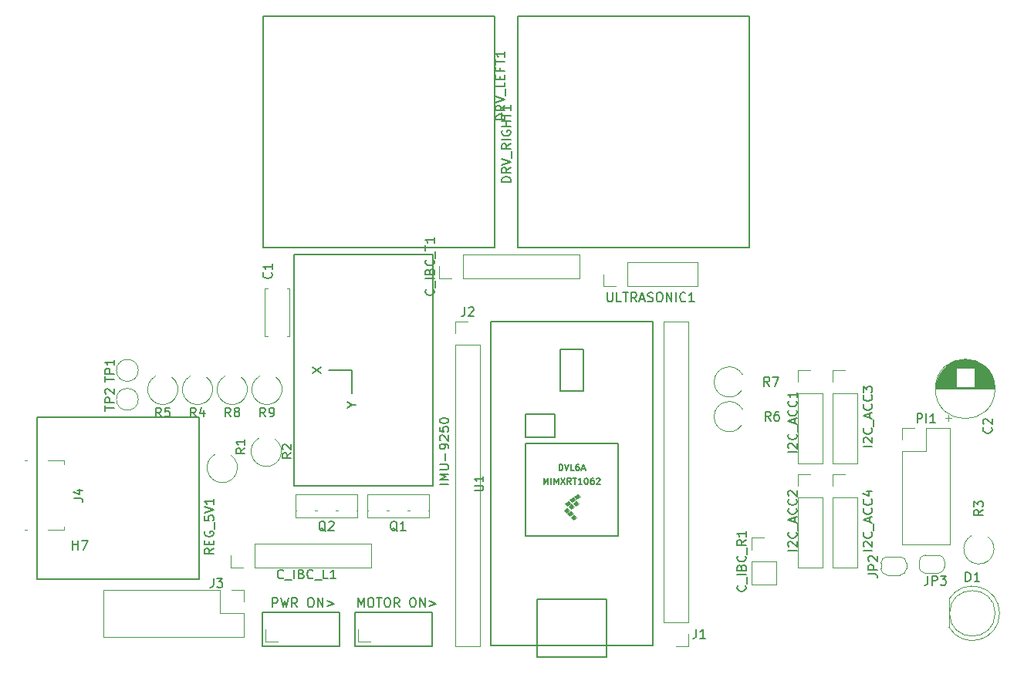
<source format=gbr>
G04 #@! TF.GenerationSoftware,KiCad,Pcbnew,9.0.4*
G04 #@! TF.CreationDate,2025-08-30T13:56:25-07:00*
G04 #@! TF.ProjectId,romi_board,726f6d69-5f62-46f6-9172-642e6b696361,rev?*
G04 #@! TF.SameCoordinates,Original*
G04 #@! TF.FileFunction,Legend,Top*
G04 #@! TF.FilePolarity,Positive*
%FSLAX46Y46*%
G04 Gerber Fmt 4.6, Leading zero omitted, Abs format (unit mm)*
G04 Created by KiCad (PCBNEW 9.0.4) date 2025-08-30 13:56:25*
%MOMM*%
%LPD*%
G01*
G04 APERTURE LIST*
%ADD10C,0.150000*%
%ADD11C,0.120000*%
%ADD12C,0.100000*%
G04 APERTURE END LIST*
D10*
X86853598Y-148883476D02*
X86853598Y-147883476D01*
X86853598Y-147883476D02*
X87186931Y-148597761D01*
X87186931Y-148597761D02*
X87520264Y-147883476D01*
X87520264Y-147883476D02*
X87520264Y-148883476D01*
X88186931Y-147883476D02*
X88377407Y-147883476D01*
X88377407Y-147883476D02*
X88472645Y-147931095D01*
X88472645Y-147931095D02*
X88567883Y-148026333D01*
X88567883Y-148026333D02*
X88615502Y-148216809D01*
X88615502Y-148216809D02*
X88615502Y-148550142D01*
X88615502Y-148550142D02*
X88567883Y-148740618D01*
X88567883Y-148740618D02*
X88472645Y-148835857D01*
X88472645Y-148835857D02*
X88377407Y-148883476D01*
X88377407Y-148883476D02*
X88186931Y-148883476D01*
X88186931Y-148883476D02*
X88091693Y-148835857D01*
X88091693Y-148835857D02*
X87996455Y-148740618D01*
X87996455Y-148740618D02*
X87948836Y-148550142D01*
X87948836Y-148550142D02*
X87948836Y-148216809D01*
X87948836Y-148216809D02*
X87996455Y-148026333D01*
X87996455Y-148026333D02*
X88091693Y-147931095D01*
X88091693Y-147931095D02*
X88186931Y-147883476D01*
X88901217Y-147883476D02*
X89472645Y-147883476D01*
X89186931Y-148883476D02*
X89186931Y-147883476D01*
X89996455Y-147883476D02*
X90186931Y-147883476D01*
X90186931Y-147883476D02*
X90282169Y-147931095D01*
X90282169Y-147931095D02*
X90377407Y-148026333D01*
X90377407Y-148026333D02*
X90425026Y-148216809D01*
X90425026Y-148216809D02*
X90425026Y-148550142D01*
X90425026Y-148550142D02*
X90377407Y-148740618D01*
X90377407Y-148740618D02*
X90282169Y-148835857D01*
X90282169Y-148835857D02*
X90186931Y-148883476D01*
X90186931Y-148883476D02*
X89996455Y-148883476D01*
X89996455Y-148883476D02*
X89901217Y-148835857D01*
X89901217Y-148835857D02*
X89805979Y-148740618D01*
X89805979Y-148740618D02*
X89758360Y-148550142D01*
X89758360Y-148550142D02*
X89758360Y-148216809D01*
X89758360Y-148216809D02*
X89805979Y-148026333D01*
X89805979Y-148026333D02*
X89901217Y-147931095D01*
X89901217Y-147931095D02*
X89996455Y-147883476D01*
X91425026Y-148883476D02*
X91091693Y-148407285D01*
X90853598Y-148883476D02*
X90853598Y-147883476D01*
X90853598Y-147883476D02*
X91234550Y-147883476D01*
X91234550Y-147883476D02*
X91329788Y-147931095D01*
X91329788Y-147931095D02*
X91377407Y-147978714D01*
X91377407Y-147978714D02*
X91425026Y-148073952D01*
X91425026Y-148073952D02*
X91425026Y-148216809D01*
X91425026Y-148216809D02*
X91377407Y-148312047D01*
X91377407Y-148312047D02*
X91329788Y-148359666D01*
X91329788Y-148359666D02*
X91234550Y-148407285D01*
X91234550Y-148407285D02*
X90853598Y-148407285D01*
X92805979Y-147883476D02*
X92996455Y-147883476D01*
X92996455Y-147883476D02*
X93091693Y-147931095D01*
X93091693Y-147931095D02*
X93186931Y-148026333D01*
X93186931Y-148026333D02*
X93234550Y-148216809D01*
X93234550Y-148216809D02*
X93234550Y-148550142D01*
X93234550Y-148550142D02*
X93186931Y-148740618D01*
X93186931Y-148740618D02*
X93091693Y-148835857D01*
X93091693Y-148835857D02*
X92996455Y-148883476D01*
X92996455Y-148883476D02*
X92805979Y-148883476D01*
X92805979Y-148883476D02*
X92710741Y-148835857D01*
X92710741Y-148835857D02*
X92615503Y-148740618D01*
X92615503Y-148740618D02*
X92567884Y-148550142D01*
X92567884Y-148550142D02*
X92567884Y-148216809D01*
X92567884Y-148216809D02*
X92615503Y-148026333D01*
X92615503Y-148026333D02*
X92710741Y-147931095D01*
X92710741Y-147931095D02*
X92805979Y-147883476D01*
X93663122Y-148883476D02*
X93663122Y-147883476D01*
X93663122Y-147883476D02*
X94234550Y-148883476D01*
X94234550Y-148883476D02*
X94234550Y-147883476D01*
X94710741Y-148216809D02*
X95472646Y-148502523D01*
X95472646Y-148502523D02*
X94710741Y-148788237D01*
X77495170Y-148883476D02*
X77495170Y-147883476D01*
X77495170Y-147883476D02*
X77876122Y-147883476D01*
X77876122Y-147883476D02*
X77971360Y-147931095D01*
X77971360Y-147931095D02*
X78018979Y-147978714D01*
X78018979Y-147978714D02*
X78066598Y-148073952D01*
X78066598Y-148073952D02*
X78066598Y-148216809D01*
X78066598Y-148216809D02*
X78018979Y-148312047D01*
X78018979Y-148312047D02*
X77971360Y-148359666D01*
X77971360Y-148359666D02*
X77876122Y-148407285D01*
X77876122Y-148407285D02*
X77495170Y-148407285D01*
X78399932Y-147883476D02*
X78638027Y-148883476D01*
X78638027Y-148883476D02*
X78828503Y-148169190D01*
X78828503Y-148169190D02*
X79018979Y-148883476D01*
X79018979Y-148883476D02*
X79257075Y-147883476D01*
X80209455Y-148883476D02*
X79876122Y-148407285D01*
X79638027Y-148883476D02*
X79638027Y-147883476D01*
X79638027Y-147883476D02*
X80018979Y-147883476D01*
X80018979Y-147883476D02*
X80114217Y-147931095D01*
X80114217Y-147931095D02*
X80161836Y-147978714D01*
X80161836Y-147978714D02*
X80209455Y-148073952D01*
X80209455Y-148073952D02*
X80209455Y-148216809D01*
X80209455Y-148216809D02*
X80161836Y-148312047D01*
X80161836Y-148312047D02*
X80114217Y-148359666D01*
X80114217Y-148359666D02*
X80018979Y-148407285D01*
X80018979Y-148407285D02*
X79638027Y-148407285D01*
X81590408Y-147883476D02*
X81780884Y-147883476D01*
X81780884Y-147883476D02*
X81876122Y-147931095D01*
X81876122Y-147931095D02*
X81971360Y-148026333D01*
X81971360Y-148026333D02*
X82018979Y-148216809D01*
X82018979Y-148216809D02*
X82018979Y-148550142D01*
X82018979Y-148550142D02*
X81971360Y-148740618D01*
X81971360Y-148740618D02*
X81876122Y-148835857D01*
X81876122Y-148835857D02*
X81780884Y-148883476D01*
X81780884Y-148883476D02*
X81590408Y-148883476D01*
X81590408Y-148883476D02*
X81495170Y-148835857D01*
X81495170Y-148835857D02*
X81399932Y-148740618D01*
X81399932Y-148740618D02*
X81352313Y-148550142D01*
X81352313Y-148550142D02*
X81352313Y-148216809D01*
X81352313Y-148216809D02*
X81399932Y-148026333D01*
X81399932Y-148026333D02*
X81495170Y-147931095D01*
X81495170Y-147931095D02*
X81590408Y-147883476D01*
X82447551Y-148883476D02*
X82447551Y-147883476D01*
X82447551Y-147883476D02*
X83018979Y-148883476D01*
X83018979Y-148883476D02*
X83018979Y-147883476D01*
X83495170Y-148216809D02*
X84257075Y-148502523D01*
X84257075Y-148502523D02*
X83495170Y-148788237D01*
X153544027Y-146066476D02*
X153544027Y-145066476D01*
X153544027Y-145066476D02*
X153782122Y-145066476D01*
X153782122Y-145066476D02*
X153924979Y-145114095D01*
X153924979Y-145114095D02*
X154020217Y-145209333D01*
X154020217Y-145209333D02*
X154067836Y-145304571D01*
X154067836Y-145304571D02*
X154115455Y-145495047D01*
X154115455Y-145495047D02*
X154115455Y-145637904D01*
X154115455Y-145637904D02*
X154067836Y-145828380D01*
X154067836Y-145828380D02*
X154020217Y-145923618D01*
X154020217Y-145923618D02*
X153924979Y-146018857D01*
X153924979Y-146018857D02*
X153782122Y-146066476D01*
X153782122Y-146066476D02*
X153544027Y-146066476D01*
X155067836Y-146066476D02*
X154496408Y-146066476D01*
X154782122Y-146066476D02*
X154782122Y-145066476D01*
X154782122Y-145066476D02*
X154686884Y-145209333D01*
X154686884Y-145209333D02*
X154591646Y-145304571D01*
X154591646Y-145304571D02*
X154496408Y-145352190D01*
X78685693Y-145681237D02*
X78638074Y-145728857D01*
X78638074Y-145728857D02*
X78495217Y-145776476D01*
X78495217Y-145776476D02*
X78399979Y-145776476D01*
X78399979Y-145776476D02*
X78257122Y-145728857D01*
X78257122Y-145728857D02*
X78161884Y-145633618D01*
X78161884Y-145633618D02*
X78114265Y-145538380D01*
X78114265Y-145538380D02*
X78066646Y-145347904D01*
X78066646Y-145347904D02*
X78066646Y-145205047D01*
X78066646Y-145205047D02*
X78114265Y-145014571D01*
X78114265Y-145014571D02*
X78161884Y-144919333D01*
X78161884Y-144919333D02*
X78257122Y-144824095D01*
X78257122Y-144824095D02*
X78399979Y-144776476D01*
X78399979Y-144776476D02*
X78495217Y-144776476D01*
X78495217Y-144776476D02*
X78638074Y-144824095D01*
X78638074Y-144824095D02*
X78685693Y-144871714D01*
X78876170Y-145871714D02*
X79638074Y-145871714D01*
X79876170Y-145776476D02*
X79876170Y-144776476D01*
X80685693Y-145252666D02*
X80828550Y-145300285D01*
X80828550Y-145300285D02*
X80876169Y-145347904D01*
X80876169Y-145347904D02*
X80923788Y-145443142D01*
X80923788Y-145443142D02*
X80923788Y-145585999D01*
X80923788Y-145585999D02*
X80876169Y-145681237D01*
X80876169Y-145681237D02*
X80828550Y-145728857D01*
X80828550Y-145728857D02*
X80733312Y-145776476D01*
X80733312Y-145776476D02*
X80352360Y-145776476D01*
X80352360Y-145776476D02*
X80352360Y-144776476D01*
X80352360Y-144776476D02*
X80685693Y-144776476D01*
X80685693Y-144776476D02*
X80780931Y-144824095D01*
X80780931Y-144824095D02*
X80828550Y-144871714D01*
X80828550Y-144871714D02*
X80876169Y-144966952D01*
X80876169Y-144966952D02*
X80876169Y-145062190D01*
X80876169Y-145062190D02*
X80828550Y-145157428D01*
X80828550Y-145157428D02*
X80780931Y-145205047D01*
X80780931Y-145205047D02*
X80685693Y-145252666D01*
X80685693Y-145252666D02*
X80352360Y-145252666D01*
X81923788Y-145681237D02*
X81876169Y-145728857D01*
X81876169Y-145728857D02*
X81733312Y-145776476D01*
X81733312Y-145776476D02*
X81638074Y-145776476D01*
X81638074Y-145776476D02*
X81495217Y-145728857D01*
X81495217Y-145728857D02*
X81399979Y-145633618D01*
X81399979Y-145633618D02*
X81352360Y-145538380D01*
X81352360Y-145538380D02*
X81304741Y-145347904D01*
X81304741Y-145347904D02*
X81304741Y-145205047D01*
X81304741Y-145205047D02*
X81352360Y-145014571D01*
X81352360Y-145014571D02*
X81399979Y-144919333D01*
X81399979Y-144919333D02*
X81495217Y-144824095D01*
X81495217Y-144824095D02*
X81638074Y-144776476D01*
X81638074Y-144776476D02*
X81733312Y-144776476D01*
X81733312Y-144776476D02*
X81876169Y-144824095D01*
X81876169Y-144824095D02*
X81923788Y-144871714D01*
X82114265Y-145871714D02*
X82876169Y-145871714D01*
X83590455Y-145776476D02*
X83114265Y-145776476D01*
X83114265Y-145776476D02*
X83114265Y-144776476D01*
X84447598Y-145776476D02*
X83876170Y-145776476D01*
X84161884Y-145776476D02*
X84161884Y-144776476D01*
X84161884Y-144776476D02*
X84066646Y-144919333D01*
X84066646Y-144919333D02*
X83971408Y-145014571D01*
X83971408Y-145014571D02*
X83876170Y-145062190D01*
X135051941Y-131878561D02*
X134051941Y-131878561D01*
X134147179Y-131449990D02*
X134099560Y-131402371D01*
X134099560Y-131402371D02*
X134051941Y-131307133D01*
X134051941Y-131307133D02*
X134051941Y-131069038D01*
X134051941Y-131069038D02*
X134099560Y-130973800D01*
X134099560Y-130973800D02*
X134147179Y-130926181D01*
X134147179Y-130926181D02*
X134242417Y-130878562D01*
X134242417Y-130878562D02*
X134337655Y-130878562D01*
X134337655Y-130878562D02*
X134480512Y-130926181D01*
X134480512Y-130926181D02*
X135051941Y-131497609D01*
X135051941Y-131497609D02*
X135051941Y-130878562D01*
X134956702Y-129878562D02*
X135004322Y-129926181D01*
X135004322Y-129926181D02*
X135051941Y-130069038D01*
X135051941Y-130069038D02*
X135051941Y-130164276D01*
X135051941Y-130164276D02*
X135004322Y-130307133D01*
X135004322Y-130307133D02*
X134909083Y-130402371D01*
X134909083Y-130402371D02*
X134813845Y-130449990D01*
X134813845Y-130449990D02*
X134623369Y-130497609D01*
X134623369Y-130497609D02*
X134480512Y-130497609D01*
X134480512Y-130497609D02*
X134290036Y-130449990D01*
X134290036Y-130449990D02*
X134194798Y-130402371D01*
X134194798Y-130402371D02*
X134099560Y-130307133D01*
X134099560Y-130307133D02*
X134051941Y-130164276D01*
X134051941Y-130164276D02*
X134051941Y-130069038D01*
X134051941Y-130069038D02*
X134099560Y-129926181D01*
X134099560Y-129926181D02*
X134147179Y-129878562D01*
X135147179Y-129688086D02*
X135147179Y-128926181D01*
X134766226Y-128735704D02*
X134766226Y-128259514D01*
X135051941Y-128830942D02*
X134051941Y-128497609D01*
X134051941Y-128497609D02*
X135051941Y-128164276D01*
X134956702Y-127259514D02*
X135004322Y-127307133D01*
X135004322Y-127307133D02*
X135051941Y-127449990D01*
X135051941Y-127449990D02*
X135051941Y-127545228D01*
X135051941Y-127545228D02*
X135004322Y-127688085D01*
X135004322Y-127688085D02*
X134909083Y-127783323D01*
X134909083Y-127783323D02*
X134813845Y-127830942D01*
X134813845Y-127830942D02*
X134623369Y-127878561D01*
X134623369Y-127878561D02*
X134480512Y-127878561D01*
X134480512Y-127878561D02*
X134290036Y-127830942D01*
X134290036Y-127830942D02*
X134194798Y-127783323D01*
X134194798Y-127783323D02*
X134099560Y-127688085D01*
X134099560Y-127688085D02*
X134051941Y-127545228D01*
X134051941Y-127545228D02*
X134051941Y-127449990D01*
X134051941Y-127449990D02*
X134099560Y-127307133D01*
X134099560Y-127307133D02*
X134147179Y-127259514D01*
X134956702Y-126259514D02*
X135004322Y-126307133D01*
X135004322Y-126307133D02*
X135051941Y-126449990D01*
X135051941Y-126449990D02*
X135051941Y-126545228D01*
X135051941Y-126545228D02*
X135004322Y-126688085D01*
X135004322Y-126688085D02*
X134909083Y-126783323D01*
X134909083Y-126783323D02*
X134813845Y-126830942D01*
X134813845Y-126830942D02*
X134623369Y-126878561D01*
X134623369Y-126878561D02*
X134480512Y-126878561D01*
X134480512Y-126878561D02*
X134290036Y-126830942D01*
X134290036Y-126830942D02*
X134194798Y-126783323D01*
X134194798Y-126783323D02*
X134099560Y-126688085D01*
X134099560Y-126688085D02*
X134051941Y-126545228D01*
X134051941Y-126545228D02*
X134051941Y-126449990D01*
X134051941Y-126449990D02*
X134099560Y-126307133D01*
X134099560Y-126307133D02*
X134147179Y-126259514D01*
X135051941Y-125307133D02*
X135051941Y-125878561D01*
X135051941Y-125592847D02*
X134051941Y-125592847D01*
X134051941Y-125592847D02*
X134194798Y-125688085D01*
X134194798Y-125688085D02*
X134290036Y-125783323D01*
X134290036Y-125783323D02*
X134337655Y-125878561D01*
X135051941Y-142673561D02*
X134051941Y-142673561D01*
X134147179Y-142244990D02*
X134099560Y-142197371D01*
X134099560Y-142197371D02*
X134051941Y-142102133D01*
X134051941Y-142102133D02*
X134051941Y-141864038D01*
X134051941Y-141864038D02*
X134099560Y-141768800D01*
X134099560Y-141768800D02*
X134147179Y-141721181D01*
X134147179Y-141721181D02*
X134242417Y-141673562D01*
X134242417Y-141673562D02*
X134337655Y-141673562D01*
X134337655Y-141673562D02*
X134480512Y-141721181D01*
X134480512Y-141721181D02*
X135051941Y-142292609D01*
X135051941Y-142292609D02*
X135051941Y-141673562D01*
X134956702Y-140673562D02*
X135004322Y-140721181D01*
X135004322Y-140721181D02*
X135051941Y-140864038D01*
X135051941Y-140864038D02*
X135051941Y-140959276D01*
X135051941Y-140959276D02*
X135004322Y-141102133D01*
X135004322Y-141102133D02*
X134909083Y-141197371D01*
X134909083Y-141197371D02*
X134813845Y-141244990D01*
X134813845Y-141244990D02*
X134623369Y-141292609D01*
X134623369Y-141292609D02*
X134480512Y-141292609D01*
X134480512Y-141292609D02*
X134290036Y-141244990D01*
X134290036Y-141244990D02*
X134194798Y-141197371D01*
X134194798Y-141197371D02*
X134099560Y-141102133D01*
X134099560Y-141102133D02*
X134051941Y-140959276D01*
X134051941Y-140959276D02*
X134051941Y-140864038D01*
X134051941Y-140864038D02*
X134099560Y-140721181D01*
X134099560Y-140721181D02*
X134147179Y-140673562D01*
X135147179Y-140483086D02*
X135147179Y-139721181D01*
X134766226Y-139530704D02*
X134766226Y-139054514D01*
X135051941Y-139625942D02*
X134051941Y-139292609D01*
X134051941Y-139292609D02*
X135051941Y-138959276D01*
X134956702Y-138054514D02*
X135004322Y-138102133D01*
X135004322Y-138102133D02*
X135051941Y-138244990D01*
X135051941Y-138244990D02*
X135051941Y-138340228D01*
X135051941Y-138340228D02*
X135004322Y-138483085D01*
X135004322Y-138483085D02*
X134909083Y-138578323D01*
X134909083Y-138578323D02*
X134813845Y-138625942D01*
X134813845Y-138625942D02*
X134623369Y-138673561D01*
X134623369Y-138673561D02*
X134480512Y-138673561D01*
X134480512Y-138673561D02*
X134290036Y-138625942D01*
X134290036Y-138625942D02*
X134194798Y-138578323D01*
X134194798Y-138578323D02*
X134099560Y-138483085D01*
X134099560Y-138483085D02*
X134051941Y-138340228D01*
X134051941Y-138340228D02*
X134051941Y-138244990D01*
X134051941Y-138244990D02*
X134099560Y-138102133D01*
X134099560Y-138102133D02*
X134147179Y-138054514D01*
X134956702Y-137054514D02*
X135004322Y-137102133D01*
X135004322Y-137102133D02*
X135051941Y-137244990D01*
X135051941Y-137244990D02*
X135051941Y-137340228D01*
X135051941Y-137340228D02*
X135004322Y-137483085D01*
X135004322Y-137483085D02*
X134909083Y-137578323D01*
X134909083Y-137578323D02*
X134813845Y-137625942D01*
X134813845Y-137625942D02*
X134623369Y-137673561D01*
X134623369Y-137673561D02*
X134480512Y-137673561D01*
X134480512Y-137673561D02*
X134290036Y-137625942D01*
X134290036Y-137625942D02*
X134194798Y-137578323D01*
X134194798Y-137578323D02*
X134099560Y-137483085D01*
X134099560Y-137483085D02*
X134051941Y-137340228D01*
X134051941Y-137340228D02*
X134051941Y-137244990D01*
X134051941Y-137244990D02*
X134099560Y-137102133D01*
X134099560Y-137102133D02*
X134147179Y-137054514D01*
X134147179Y-136673561D02*
X134099560Y-136625942D01*
X134099560Y-136625942D02*
X134051941Y-136530704D01*
X134051941Y-136530704D02*
X134051941Y-136292609D01*
X134051941Y-136292609D02*
X134099560Y-136197371D01*
X134099560Y-136197371D02*
X134147179Y-136149752D01*
X134147179Y-136149752D02*
X134242417Y-136102133D01*
X134242417Y-136102133D02*
X134337655Y-136102133D01*
X134337655Y-136102133D02*
X134480512Y-136149752D01*
X134480512Y-136149752D02*
X135051941Y-136721180D01*
X135051941Y-136721180D02*
X135051941Y-136102133D01*
X143306941Y-131243561D02*
X142306941Y-131243561D01*
X142402179Y-130814990D02*
X142354560Y-130767371D01*
X142354560Y-130767371D02*
X142306941Y-130672133D01*
X142306941Y-130672133D02*
X142306941Y-130434038D01*
X142306941Y-130434038D02*
X142354560Y-130338800D01*
X142354560Y-130338800D02*
X142402179Y-130291181D01*
X142402179Y-130291181D02*
X142497417Y-130243562D01*
X142497417Y-130243562D02*
X142592655Y-130243562D01*
X142592655Y-130243562D02*
X142735512Y-130291181D01*
X142735512Y-130291181D02*
X143306941Y-130862609D01*
X143306941Y-130862609D02*
X143306941Y-130243562D01*
X143211702Y-129243562D02*
X143259322Y-129291181D01*
X143259322Y-129291181D02*
X143306941Y-129434038D01*
X143306941Y-129434038D02*
X143306941Y-129529276D01*
X143306941Y-129529276D02*
X143259322Y-129672133D01*
X143259322Y-129672133D02*
X143164083Y-129767371D01*
X143164083Y-129767371D02*
X143068845Y-129814990D01*
X143068845Y-129814990D02*
X142878369Y-129862609D01*
X142878369Y-129862609D02*
X142735512Y-129862609D01*
X142735512Y-129862609D02*
X142545036Y-129814990D01*
X142545036Y-129814990D02*
X142449798Y-129767371D01*
X142449798Y-129767371D02*
X142354560Y-129672133D01*
X142354560Y-129672133D02*
X142306941Y-129529276D01*
X142306941Y-129529276D02*
X142306941Y-129434038D01*
X142306941Y-129434038D02*
X142354560Y-129291181D01*
X142354560Y-129291181D02*
X142402179Y-129243562D01*
X143402179Y-129053086D02*
X143402179Y-128291181D01*
X143021226Y-128100704D02*
X143021226Y-127624514D01*
X143306941Y-128195942D02*
X142306941Y-127862609D01*
X142306941Y-127862609D02*
X143306941Y-127529276D01*
X143211702Y-126624514D02*
X143259322Y-126672133D01*
X143259322Y-126672133D02*
X143306941Y-126814990D01*
X143306941Y-126814990D02*
X143306941Y-126910228D01*
X143306941Y-126910228D02*
X143259322Y-127053085D01*
X143259322Y-127053085D02*
X143164083Y-127148323D01*
X143164083Y-127148323D02*
X143068845Y-127195942D01*
X143068845Y-127195942D02*
X142878369Y-127243561D01*
X142878369Y-127243561D02*
X142735512Y-127243561D01*
X142735512Y-127243561D02*
X142545036Y-127195942D01*
X142545036Y-127195942D02*
X142449798Y-127148323D01*
X142449798Y-127148323D02*
X142354560Y-127053085D01*
X142354560Y-127053085D02*
X142306941Y-126910228D01*
X142306941Y-126910228D02*
X142306941Y-126814990D01*
X142306941Y-126814990D02*
X142354560Y-126672133D01*
X142354560Y-126672133D02*
X142402179Y-126624514D01*
X143211702Y-125624514D02*
X143259322Y-125672133D01*
X143259322Y-125672133D02*
X143306941Y-125814990D01*
X143306941Y-125814990D02*
X143306941Y-125910228D01*
X143306941Y-125910228D02*
X143259322Y-126053085D01*
X143259322Y-126053085D02*
X143164083Y-126148323D01*
X143164083Y-126148323D02*
X143068845Y-126195942D01*
X143068845Y-126195942D02*
X142878369Y-126243561D01*
X142878369Y-126243561D02*
X142735512Y-126243561D01*
X142735512Y-126243561D02*
X142545036Y-126195942D01*
X142545036Y-126195942D02*
X142449798Y-126148323D01*
X142449798Y-126148323D02*
X142354560Y-126053085D01*
X142354560Y-126053085D02*
X142306941Y-125910228D01*
X142306941Y-125910228D02*
X142306941Y-125814990D01*
X142306941Y-125814990D02*
X142354560Y-125672133D01*
X142354560Y-125672133D02*
X142402179Y-125624514D01*
X142306941Y-125291180D02*
X142306941Y-124672133D01*
X142306941Y-124672133D02*
X142687893Y-125005466D01*
X142687893Y-125005466D02*
X142687893Y-124862609D01*
X142687893Y-124862609D02*
X142735512Y-124767371D01*
X142735512Y-124767371D02*
X142783131Y-124719752D01*
X142783131Y-124719752D02*
X142878369Y-124672133D01*
X142878369Y-124672133D02*
X143116464Y-124672133D01*
X143116464Y-124672133D02*
X143211702Y-124719752D01*
X143211702Y-124719752D02*
X143259322Y-124767371D01*
X143259322Y-124767371D02*
X143306941Y-124862609D01*
X143306941Y-124862609D02*
X143306941Y-125148323D01*
X143306941Y-125148323D02*
X143259322Y-125243561D01*
X143259322Y-125243561D02*
X143211702Y-125291180D01*
X143306941Y-142673561D02*
X142306941Y-142673561D01*
X142402179Y-142244990D02*
X142354560Y-142197371D01*
X142354560Y-142197371D02*
X142306941Y-142102133D01*
X142306941Y-142102133D02*
X142306941Y-141864038D01*
X142306941Y-141864038D02*
X142354560Y-141768800D01*
X142354560Y-141768800D02*
X142402179Y-141721181D01*
X142402179Y-141721181D02*
X142497417Y-141673562D01*
X142497417Y-141673562D02*
X142592655Y-141673562D01*
X142592655Y-141673562D02*
X142735512Y-141721181D01*
X142735512Y-141721181D02*
X143306941Y-142292609D01*
X143306941Y-142292609D02*
X143306941Y-141673562D01*
X143211702Y-140673562D02*
X143259322Y-140721181D01*
X143259322Y-140721181D02*
X143306941Y-140864038D01*
X143306941Y-140864038D02*
X143306941Y-140959276D01*
X143306941Y-140959276D02*
X143259322Y-141102133D01*
X143259322Y-141102133D02*
X143164083Y-141197371D01*
X143164083Y-141197371D02*
X143068845Y-141244990D01*
X143068845Y-141244990D02*
X142878369Y-141292609D01*
X142878369Y-141292609D02*
X142735512Y-141292609D01*
X142735512Y-141292609D02*
X142545036Y-141244990D01*
X142545036Y-141244990D02*
X142449798Y-141197371D01*
X142449798Y-141197371D02*
X142354560Y-141102133D01*
X142354560Y-141102133D02*
X142306941Y-140959276D01*
X142306941Y-140959276D02*
X142306941Y-140864038D01*
X142306941Y-140864038D02*
X142354560Y-140721181D01*
X142354560Y-140721181D02*
X142402179Y-140673562D01*
X143402179Y-140483086D02*
X143402179Y-139721181D01*
X143021226Y-139530704D02*
X143021226Y-139054514D01*
X143306941Y-139625942D02*
X142306941Y-139292609D01*
X142306941Y-139292609D02*
X143306941Y-138959276D01*
X143211702Y-138054514D02*
X143259322Y-138102133D01*
X143259322Y-138102133D02*
X143306941Y-138244990D01*
X143306941Y-138244990D02*
X143306941Y-138340228D01*
X143306941Y-138340228D02*
X143259322Y-138483085D01*
X143259322Y-138483085D02*
X143164083Y-138578323D01*
X143164083Y-138578323D02*
X143068845Y-138625942D01*
X143068845Y-138625942D02*
X142878369Y-138673561D01*
X142878369Y-138673561D02*
X142735512Y-138673561D01*
X142735512Y-138673561D02*
X142545036Y-138625942D01*
X142545036Y-138625942D02*
X142449798Y-138578323D01*
X142449798Y-138578323D02*
X142354560Y-138483085D01*
X142354560Y-138483085D02*
X142306941Y-138340228D01*
X142306941Y-138340228D02*
X142306941Y-138244990D01*
X142306941Y-138244990D02*
X142354560Y-138102133D01*
X142354560Y-138102133D02*
X142402179Y-138054514D01*
X143211702Y-137054514D02*
X143259322Y-137102133D01*
X143259322Y-137102133D02*
X143306941Y-137244990D01*
X143306941Y-137244990D02*
X143306941Y-137340228D01*
X143306941Y-137340228D02*
X143259322Y-137483085D01*
X143259322Y-137483085D02*
X143164083Y-137578323D01*
X143164083Y-137578323D02*
X143068845Y-137625942D01*
X143068845Y-137625942D02*
X142878369Y-137673561D01*
X142878369Y-137673561D02*
X142735512Y-137673561D01*
X142735512Y-137673561D02*
X142545036Y-137625942D01*
X142545036Y-137625942D02*
X142449798Y-137578323D01*
X142449798Y-137578323D02*
X142354560Y-137483085D01*
X142354560Y-137483085D02*
X142306941Y-137340228D01*
X142306941Y-137340228D02*
X142306941Y-137244990D01*
X142306941Y-137244990D02*
X142354560Y-137102133D01*
X142354560Y-137102133D02*
X142402179Y-137054514D01*
X142640274Y-136197371D02*
X143306941Y-136197371D01*
X142259322Y-136435466D02*
X142973607Y-136673561D01*
X142973607Y-136673561D02*
X142973607Y-136054514D01*
X123976788Y-151312476D02*
X123976788Y-152026761D01*
X123976788Y-152026761D02*
X123929169Y-152169618D01*
X123929169Y-152169618D02*
X123833931Y-152264857D01*
X123833931Y-152264857D02*
X123691074Y-152312476D01*
X123691074Y-152312476D02*
X123595836Y-152312476D01*
X124976788Y-152312476D02*
X124405360Y-152312476D01*
X124691074Y-152312476D02*
X124691074Y-151312476D01*
X124691074Y-151312476D02*
X124595836Y-151455333D01*
X124595836Y-151455333D02*
X124500598Y-151550571D01*
X124500598Y-151550571D02*
X124405360Y-151598190D01*
X98576788Y-115962476D02*
X98576788Y-116676761D01*
X98576788Y-116676761D02*
X98529169Y-116819618D01*
X98529169Y-116819618D02*
X98433931Y-116914857D01*
X98433931Y-116914857D02*
X98291074Y-116962476D01*
X98291074Y-116962476D02*
X98195836Y-116962476D01*
X99005360Y-116057714D02*
X99052979Y-116010095D01*
X99052979Y-116010095D02*
X99148217Y-115962476D01*
X99148217Y-115962476D02*
X99386312Y-115962476D01*
X99386312Y-115962476D02*
X99481550Y-116010095D01*
X99481550Y-116010095D02*
X99529169Y-116057714D01*
X99529169Y-116057714D02*
X99576788Y-116152952D01*
X99576788Y-116152952D02*
X99576788Y-116248190D01*
X99576788Y-116248190D02*
X99529169Y-116391047D01*
X99529169Y-116391047D02*
X98957741Y-116962476D01*
X98957741Y-116962476D02*
X99576788Y-116962476D01*
X142878441Y-145261490D02*
X143592726Y-145261490D01*
X143592726Y-145261490D02*
X143735583Y-145309109D01*
X143735583Y-145309109D02*
X143830822Y-145404347D01*
X143830822Y-145404347D02*
X143878441Y-145547204D01*
X143878441Y-145547204D02*
X143878441Y-145642442D01*
X143878441Y-144785299D02*
X142878441Y-144785299D01*
X142878441Y-144785299D02*
X142878441Y-144404347D01*
X142878441Y-144404347D02*
X142926060Y-144309109D01*
X142926060Y-144309109D02*
X142973679Y-144261490D01*
X142973679Y-144261490D02*
X143068917Y-144213871D01*
X143068917Y-144213871D02*
X143211774Y-144213871D01*
X143211774Y-144213871D02*
X143307012Y-144261490D01*
X143307012Y-144261490D02*
X143354631Y-144309109D01*
X143354631Y-144309109D02*
X143402250Y-144404347D01*
X143402250Y-144404347D02*
X143402250Y-144785299D01*
X142973679Y-143832918D02*
X142926060Y-143785299D01*
X142926060Y-143785299D02*
X142878441Y-143690061D01*
X142878441Y-143690061D02*
X142878441Y-143451966D01*
X142878441Y-143451966D02*
X142926060Y-143356728D01*
X142926060Y-143356728D02*
X142973679Y-143309109D01*
X142973679Y-143309109D02*
X143068917Y-143261490D01*
X143068917Y-143261490D02*
X143164155Y-143261490D01*
X143164155Y-143261490D02*
X143307012Y-143309109D01*
X143307012Y-143309109D02*
X143878441Y-143880537D01*
X143878441Y-143880537D02*
X143878441Y-143261490D01*
X149384788Y-145470476D02*
X149384788Y-146184761D01*
X149384788Y-146184761D02*
X149337169Y-146327618D01*
X149337169Y-146327618D02*
X149241931Y-146422857D01*
X149241931Y-146422857D02*
X149099074Y-146470476D01*
X149099074Y-146470476D02*
X149003836Y-146470476D01*
X149860979Y-146470476D02*
X149860979Y-145470476D01*
X149860979Y-145470476D02*
X150241931Y-145470476D01*
X150241931Y-145470476D02*
X150337169Y-145518095D01*
X150337169Y-145518095D02*
X150384788Y-145565714D01*
X150384788Y-145565714D02*
X150432407Y-145660952D01*
X150432407Y-145660952D02*
X150432407Y-145803809D01*
X150432407Y-145803809D02*
X150384788Y-145899047D01*
X150384788Y-145899047D02*
X150337169Y-145946666D01*
X150337169Y-145946666D02*
X150241931Y-145994285D01*
X150241931Y-145994285D02*
X149860979Y-145994285D01*
X150765741Y-145470476D02*
X151384788Y-145470476D01*
X151384788Y-145470476D02*
X151051455Y-145851428D01*
X151051455Y-145851428D02*
X151194312Y-145851428D01*
X151194312Y-145851428D02*
X151289550Y-145899047D01*
X151289550Y-145899047D02*
X151337169Y-145946666D01*
X151337169Y-145946666D02*
X151384788Y-146041904D01*
X151384788Y-146041904D02*
X151384788Y-146279999D01*
X151384788Y-146279999D02*
X151337169Y-146375237D01*
X151337169Y-146375237D02*
X151289550Y-146422857D01*
X151289550Y-146422857D02*
X151194312Y-146470476D01*
X151194312Y-146470476D02*
X150908598Y-146470476D01*
X150908598Y-146470476D02*
X150813360Y-146422857D01*
X150813360Y-146422857D02*
X150765741Y-146375237D01*
X148225932Y-128646476D02*
X148225932Y-127646476D01*
X148225932Y-127646476D02*
X148606884Y-127646476D01*
X148606884Y-127646476D02*
X148702122Y-127694095D01*
X148702122Y-127694095D02*
X148749741Y-127741714D01*
X148749741Y-127741714D02*
X148797360Y-127836952D01*
X148797360Y-127836952D02*
X148797360Y-127979809D01*
X148797360Y-127979809D02*
X148749741Y-128075047D01*
X148749741Y-128075047D02*
X148702122Y-128122666D01*
X148702122Y-128122666D02*
X148606884Y-128170285D01*
X148606884Y-128170285D02*
X148225932Y-128170285D01*
X149225932Y-128646476D02*
X149225932Y-127646476D01*
X150225931Y-128646476D02*
X149654503Y-128646476D01*
X149940217Y-128646476D02*
X149940217Y-127646476D01*
X149940217Y-127646476D02*
X149844979Y-127789333D01*
X149844979Y-127789333D02*
X149749741Y-127884571D01*
X149749741Y-127884571D02*
X149654503Y-127932190D01*
X74472941Y-131450323D02*
X73996750Y-131783656D01*
X74472941Y-132021751D02*
X73472941Y-132021751D01*
X73472941Y-132021751D02*
X73472941Y-131640799D01*
X73472941Y-131640799D02*
X73520560Y-131545561D01*
X73520560Y-131545561D02*
X73568179Y-131497942D01*
X73568179Y-131497942D02*
X73663417Y-131450323D01*
X73663417Y-131450323D02*
X73806274Y-131450323D01*
X73806274Y-131450323D02*
X73901512Y-131497942D01*
X73901512Y-131497942D02*
X73949131Y-131545561D01*
X73949131Y-131545561D02*
X73996750Y-131640799D01*
X73996750Y-131640799D02*
X73996750Y-132021751D01*
X74472941Y-130497942D02*
X74472941Y-131069370D01*
X74472941Y-130783656D02*
X73472941Y-130783656D01*
X73472941Y-130783656D02*
X73615798Y-130878894D01*
X73615798Y-130878894D02*
X73711036Y-130974132D01*
X73711036Y-130974132D02*
X73758655Y-131069370D01*
X79552941Y-131958323D02*
X79076750Y-132291656D01*
X79552941Y-132529751D02*
X78552941Y-132529751D01*
X78552941Y-132529751D02*
X78552941Y-132148799D01*
X78552941Y-132148799D02*
X78600560Y-132053561D01*
X78600560Y-132053561D02*
X78648179Y-132005942D01*
X78648179Y-132005942D02*
X78743417Y-131958323D01*
X78743417Y-131958323D02*
X78886274Y-131958323D01*
X78886274Y-131958323D02*
X78981512Y-132005942D01*
X78981512Y-132005942D02*
X79029131Y-132053561D01*
X79029131Y-132053561D02*
X79076750Y-132148799D01*
X79076750Y-132148799D02*
X79076750Y-132529751D01*
X78648179Y-131577370D02*
X78600560Y-131529751D01*
X78600560Y-131529751D02*
X78552941Y-131434513D01*
X78552941Y-131434513D02*
X78552941Y-131196418D01*
X78552941Y-131196418D02*
X78600560Y-131101180D01*
X78600560Y-131101180D02*
X78648179Y-131053561D01*
X78648179Y-131053561D02*
X78743417Y-131005942D01*
X78743417Y-131005942D02*
X78838655Y-131005942D01*
X78838655Y-131005942D02*
X78981512Y-131053561D01*
X78981512Y-131053561D02*
X79552941Y-131624989D01*
X79552941Y-131624989D02*
X79552941Y-131005942D01*
X155454819Y-138221666D02*
X154978628Y-138554999D01*
X155454819Y-138793094D02*
X154454819Y-138793094D01*
X154454819Y-138793094D02*
X154454819Y-138412142D01*
X154454819Y-138412142D02*
X154502438Y-138316904D01*
X154502438Y-138316904D02*
X154550057Y-138269285D01*
X154550057Y-138269285D02*
X154645295Y-138221666D01*
X154645295Y-138221666D02*
X154788152Y-138221666D01*
X154788152Y-138221666D02*
X154883390Y-138269285D01*
X154883390Y-138269285D02*
X154931009Y-138316904D01*
X154931009Y-138316904D02*
X154978628Y-138412142D01*
X154978628Y-138412142D02*
X154978628Y-138793094D01*
X154454819Y-137888332D02*
X154454819Y-137269285D01*
X154454819Y-137269285D02*
X154835771Y-137602618D01*
X154835771Y-137602618D02*
X154835771Y-137459761D01*
X154835771Y-137459761D02*
X154883390Y-137364523D01*
X154883390Y-137364523D02*
X154931009Y-137316904D01*
X154931009Y-137316904D02*
X155026247Y-137269285D01*
X155026247Y-137269285D02*
X155264342Y-137269285D01*
X155264342Y-137269285D02*
X155359580Y-137316904D01*
X155359580Y-137316904D02*
X155407200Y-137364523D01*
X155407200Y-137364523D02*
X155454819Y-137459761D01*
X155454819Y-137459761D02*
X155454819Y-137745475D01*
X155454819Y-137745475D02*
X155407200Y-137840713D01*
X155407200Y-137840713D02*
X155359580Y-137888332D01*
X69105455Y-127986476D02*
X68772122Y-127510285D01*
X68534027Y-127986476D02*
X68534027Y-126986476D01*
X68534027Y-126986476D02*
X68914979Y-126986476D01*
X68914979Y-126986476D02*
X69010217Y-127034095D01*
X69010217Y-127034095D02*
X69057836Y-127081714D01*
X69057836Y-127081714D02*
X69105455Y-127176952D01*
X69105455Y-127176952D02*
X69105455Y-127319809D01*
X69105455Y-127319809D02*
X69057836Y-127415047D01*
X69057836Y-127415047D02*
X69010217Y-127462666D01*
X69010217Y-127462666D02*
X68914979Y-127510285D01*
X68914979Y-127510285D02*
X68534027Y-127510285D01*
X69962598Y-127319809D02*
X69962598Y-127986476D01*
X69724503Y-126938857D02*
X69486408Y-127653142D01*
X69486408Y-127653142D02*
X70105455Y-127653142D01*
X65295455Y-127986476D02*
X64962122Y-127510285D01*
X64724027Y-127986476D02*
X64724027Y-126986476D01*
X64724027Y-126986476D02*
X65104979Y-126986476D01*
X65104979Y-126986476D02*
X65200217Y-127034095D01*
X65200217Y-127034095D02*
X65247836Y-127081714D01*
X65247836Y-127081714D02*
X65295455Y-127176952D01*
X65295455Y-127176952D02*
X65295455Y-127319809D01*
X65295455Y-127319809D02*
X65247836Y-127415047D01*
X65247836Y-127415047D02*
X65200217Y-127462666D01*
X65200217Y-127462666D02*
X65104979Y-127510285D01*
X65104979Y-127510285D02*
X64724027Y-127510285D01*
X66200217Y-126986476D02*
X65724027Y-126986476D01*
X65724027Y-126986476D02*
X65676408Y-127462666D01*
X65676408Y-127462666D02*
X65724027Y-127415047D01*
X65724027Y-127415047D02*
X65819265Y-127367428D01*
X65819265Y-127367428D02*
X66057360Y-127367428D01*
X66057360Y-127367428D02*
X66152598Y-127415047D01*
X66152598Y-127415047D02*
X66200217Y-127462666D01*
X66200217Y-127462666D02*
X66247836Y-127557904D01*
X66247836Y-127557904D02*
X66247836Y-127795999D01*
X66247836Y-127795999D02*
X66200217Y-127891237D01*
X66200217Y-127891237D02*
X66152598Y-127938857D01*
X66152598Y-127938857D02*
X66057360Y-127986476D01*
X66057360Y-127986476D02*
X65819265Y-127986476D01*
X65819265Y-127986476D02*
X65724027Y-127938857D01*
X65724027Y-127938857D02*
X65676408Y-127891237D01*
X132144455Y-128436476D02*
X131811122Y-127960285D01*
X131573027Y-128436476D02*
X131573027Y-127436476D01*
X131573027Y-127436476D02*
X131953979Y-127436476D01*
X131953979Y-127436476D02*
X132049217Y-127484095D01*
X132049217Y-127484095D02*
X132096836Y-127531714D01*
X132096836Y-127531714D02*
X132144455Y-127626952D01*
X132144455Y-127626952D02*
X132144455Y-127769809D01*
X132144455Y-127769809D02*
X132096836Y-127865047D01*
X132096836Y-127865047D02*
X132049217Y-127912666D01*
X132049217Y-127912666D02*
X131953979Y-127960285D01*
X131953979Y-127960285D02*
X131573027Y-127960285D01*
X133001598Y-127436476D02*
X132811122Y-127436476D01*
X132811122Y-127436476D02*
X132715884Y-127484095D01*
X132715884Y-127484095D02*
X132668265Y-127531714D01*
X132668265Y-127531714D02*
X132573027Y-127674571D01*
X132573027Y-127674571D02*
X132525408Y-127865047D01*
X132525408Y-127865047D02*
X132525408Y-128245999D01*
X132525408Y-128245999D02*
X132573027Y-128341237D01*
X132573027Y-128341237D02*
X132620646Y-128388857D01*
X132620646Y-128388857D02*
X132715884Y-128436476D01*
X132715884Y-128436476D02*
X132906360Y-128436476D01*
X132906360Y-128436476D02*
X133001598Y-128388857D01*
X133001598Y-128388857D02*
X133049217Y-128341237D01*
X133049217Y-128341237D02*
X133096836Y-128245999D01*
X133096836Y-128245999D02*
X133096836Y-128007904D01*
X133096836Y-128007904D02*
X133049217Y-127912666D01*
X133049217Y-127912666D02*
X133001598Y-127865047D01*
X133001598Y-127865047D02*
X132906360Y-127817428D01*
X132906360Y-127817428D02*
X132715884Y-127817428D01*
X132715884Y-127817428D02*
X132620646Y-127865047D01*
X132620646Y-127865047D02*
X132573027Y-127912666D01*
X132573027Y-127912666D02*
X132525408Y-128007904D01*
X132017455Y-124626476D02*
X131684122Y-124150285D01*
X131446027Y-124626476D02*
X131446027Y-123626476D01*
X131446027Y-123626476D02*
X131826979Y-123626476D01*
X131826979Y-123626476D02*
X131922217Y-123674095D01*
X131922217Y-123674095D02*
X131969836Y-123721714D01*
X131969836Y-123721714D02*
X132017455Y-123816952D01*
X132017455Y-123816952D02*
X132017455Y-123959809D01*
X132017455Y-123959809D02*
X131969836Y-124055047D01*
X131969836Y-124055047D02*
X131922217Y-124102666D01*
X131922217Y-124102666D02*
X131826979Y-124150285D01*
X131826979Y-124150285D02*
X131446027Y-124150285D01*
X132350789Y-123626476D02*
X133017455Y-123626476D01*
X133017455Y-123626476D02*
X132588884Y-124626476D01*
X99634941Y-136109561D02*
X100444464Y-136109561D01*
X100444464Y-136109561D02*
X100539702Y-136061942D01*
X100539702Y-136061942D02*
X100587322Y-136014323D01*
X100587322Y-136014323D02*
X100634941Y-135919085D01*
X100634941Y-135919085D02*
X100634941Y-135728609D01*
X100634941Y-135728609D02*
X100587322Y-135633371D01*
X100587322Y-135633371D02*
X100539702Y-135585752D01*
X100539702Y-135585752D02*
X100444464Y-135538133D01*
X100444464Y-135538133D02*
X99634941Y-135538133D01*
X100634941Y-134538133D02*
X100634941Y-135109561D01*
X100634941Y-134823847D02*
X99634941Y-134823847D01*
X99634941Y-134823847D02*
X99777798Y-134919085D01*
X99777798Y-134919085D02*
X99873036Y-135014323D01*
X99873036Y-135014323D02*
X99920655Y-135109561D01*
X107256788Y-135409690D02*
X107256788Y-134709690D01*
X107256788Y-134709690D02*
X107490122Y-135209690D01*
X107490122Y-135209690D02*
X107723455Y-134709690D01*
X107723455Y-134709690D02*
X107723455Y-135409690D01*
X108056788Y-135409690D02*
X108056788Y-134709690D01*
X108390121Y-135409690D02*
X108390121Y-134709690D01*
X108390121Y-134709690D02*
X108623455Y-135209690D01*
X108623455Y-135209690D02*
X108856788Y-134709690D01*
X108856788Y-134709690D02*
X108856788Y-135409690D01*
X109123455Y-134709690D02*
X109590121Y-135409690D01*
X109590121Y-134709690D02*
X109123455Y-135409690D01*
X110256788Y-135409690D02*
X110023455Y-135076357D01*
X109856788Y-135409690D02*
X109856788Y-134709690D01*
X109856788Y-134709690D02*
X110123455Y-134709690D01*
X110123455Y-134709690D02*
X110190122Y-134743023D01*
X110190122Y-134743023D02*
X110223455Y-134776357D01*
X110223455Y-134776357D02*
X110256788Y-134843023D01*
X110256788Y-134843023D02*
X110256788Y-134943023D01*
X110256788Y-134943023D02*
X110223455Y-135009690D01*
X110223455Y-135009690D02*
X110190122Y-135043023D01*
X110190122Y-135043023D02*
X110123455Y-135076357D01*
X110123455Y-135076357D02*
X109856788Y-135076357D01*
X110456788Y-134709690D02*
X110856788Y-134709690D01*
X110656788Y-135409690D02*
X110656788Y-134709690D01*
X111456788Y-135409690D02*
X111056788Y-135409690D01*
X111256788Y-135409690D02*
X111256788Y-134709690D01*
X111256788Y-134709690D02*
X111190121Y-134809690D01*
X111190121Y-134809690D02*
X111123455Y-134876357D01*
X111123455Y-134876357D02*
X111056788Y-134909690D01*
X111890122Y-134709690D02*
X111956788Y-134709690D01*
X111956788Y-134709690D02*
X112023455Y-134743023D01*
X112023455Y-134743023D02*
X112056788Y-134776357D01*
X112056788Y-134776357D02*
X112090122Y-134843023D01*
X112090122Y-134843023D02*
X112123455Y-134976357D01*
X112123455Y-134976357D02*
X112123455Y-135143023D01*
X112123455Y-135143023D02*
X112090122Y-135276357D01*
X112090122Y-135276357D02*
X112056788Y-135343023D01*
X112056788Y-135343023D02*
X112023455Y-135376357D01*
X112023455Y-135376357D02*
X111956788Y-135409690D01*
X111956788Y-135409690D02*
X111890122Y-135409690D01*
X111890122Y-135409690D02*
X111823455Y-135376357D01*
X111823455Y-135376357D02*
X111790122Y-135343023D01*
X111790122Y-135343023D02*
X111756788Y-135276357D01*
X111756788Y-135276357D02*
X111723455Y-135143023D01*
X111723455Y-135143023D02*
X111723455Y-134976357D01*
X111723455Y-134976357D02*
X111756788Y-134843023D01*
X111756788Y-134843023D02*
X111790122Y-134776357D01*
X111790122Y-134776357D02*
X111823455Y-134743023D01*
X111823455Y-134743023D02*
X111890122Y-134709690D01*
X112723455Y-134709690D02*
X112590122Y-134709690D01*
X112590122Y-134709690D02*
X112523455Y-134743023D01*
X112523455Y-134743023D02*
X112490122Y-134776357D01*
X112490122Y-134776357D02*
X112423455Y-134876357D01*
X112423455Y-134876357D02*
X112390122Y-135009690D01*
X112390122Y-135009690D02*
X112390122Y-135276357D01*
X112390122Y-135276357D02*
X112423455Y-135343023D01*
X112423455Y-135343023D02*
X112456789Y-135376357D01*
X112456789Y-135376357D02*
X112523455Y-135409690D01*
X112523455Y-135409690D02*
X112656789Y-135409690D01*
X112656789Y-135409690D02*
X112723455Y-135376357D01*
X112723455Y-135376357D02*
X112756789Y-135343023D01*
X112756789Y-135343023D02*
X112790122Y-135276357D01*
X112790122Y-135276357D02*
X112790122Y-135109690D01*
X112790122Y-135109690D02*
X112756789Y-135043023D01*
X112756789Y-135043023D02*
X112723455Y-135009690D01*
X112723455Y-135009690D02*
X112656789Y-134976357D01*
X112656789Y-134976357D02*
X112523455Y-134976357D01*
X112523455Y-134976357D02*
X112456789Y-135009690D01*
X112456789Y-135009690D02*
X112423455Y-135043023D01*
X112423455Y-135043023D02*
X112390122Y-135109690D01*
X113056789Y-134776357D02*
X113090122Y-134743023D01*
X113090122Y-134743023D02*
X113156789Y-134709690D01*
X113156789Y-134709690D02*
X113323456Y-134709690D01*
X113323456Y-134709690D02*
X113390122Y-134743023D01*
X113390122Y-134743023D02*
X113423456Y-134776357D01*
X113423456Y-134776357D02*
X113456789Y-134843023D01*
X113456789Y-134843023D02*
X113456789Y-134909690D01*
X113456789Y-134909690D02*
X113423456Y-135009690D01*
X113423456Y-135009690D02*
X113023456Y-135409690D01*
X113023456Y-135409690D02*
X113456789Y-135409690D01*
X108940121Y-133885690D02*
X108940121Y-133185690D01*
X108940121Y-133185690D02*
X109106788Y-133185690D01*
X109106788Y-133185690D02*
X109206788Y-133219023D01*
X109206788Y-133219023D02*
X109273455Y-133285690D01*
X109273455Y-133285690D02*
X109306788Y-133352357D01*
X109306788Y-133352357D02*
X109340121Y-133485690D01*
X109340121Y-133485690D02*
X109340121Y-133585690D01*
X109340121Y-133585690D02*
X109306788Y-133719023D01*
X109306788Y-133719023D02*
X109273455Y-133785690D01*
X109273455Y-133785690D02*
X109206788Y-133852357D01*
X109206788Y-133852357D02*
X109106788Y-133885690D01*
X109106788Y-133885690D02*
X108940121Y-133885690D01*
X109540121Y-133185690D02*
X109773455Y-133885690D01*
X109773455Y-133885690D02*
X110006788Y-133185690D01*
X110573455Y-133885690D02*
X110240121Y-133885690D01*
X110240121Y-133885690D02*
X110240121Y-133185690D01*
X111106788Y-133185690D02*
X110973455Y-133185690D01*
X110973455Y-133185690D02*
X110906788Y-133219023D01*
X110906788Y-133219023D02*
X110873455Y-133252357D01*
X110873455Y-133252357D02*
X110806788Y-133352357D01*
X110806788Y-133352357D02*
X110773455Y-133485690D01*
X110773455Y-133485690D02*
X110773455Y-133752357D01*
X110773455Y-133752357D02*
X110806788Y-133819023D01*
X110806788Y-133819023D02*
X110840122Y-133852357D01*
X110840122Y-133852357D02*
X110906788Y-133885690D01*
X110906788Y-133885690D02*
X111040122Y-133885690D01*
X111040122Y-133885690D02*
X111106788Y-133852357D01*
X111106788Y-133852357D02*
X111140122Y-133819023D01*
X111140122Y-133819023D02*
X111173455Y-133752357D01*
X111173455Y-133752357D02*
X111173455Y-133585690D01*
X111173455Y-133585690D02*
X111140122Y-133519023D01*
X111140122Y-133519023D02*
X111106788Y-133485690D01*
X111106788Y-133485690D02*
X111040122Y-133452357D01*
X111040122Y-133452357D02*
X110906788Y-133452357D01*
X110906788Y-133452357D02*
X110840122Y-133485690D01*
X110840122Y-133485690D02*
X110806788Y-133519023D01*
X110806788Y-133519023D02*
X110773455Y-133585690D01*
X111440122Y-133685690D02*
X111773455Y-133685690D01*
X111373455Y-133885690D02*
X111606789Y-133185690D01*
X111606789Y-133185690D02*
X111840122Y-133885690D01*
X114238027Y-114355476D02*
X114238027Y-115164999D01*
X114238027Y-115164999D02*
X114285646Y-115260237D01*
X114285646Y-115260237D02*
X114333265Y-115307857D01*
X114333265Y-115307857D02*
X114428503Y-115355476D01*
X114428503Y-115355476D02*
X114618979Y-115355476D01*
X114618979Y-115355476D02*
X114714217Y-115307857D01*
X114714217Y-115307857D02*
X114761836Y-115260237D01*
X114761836Y-115260237D02*
X114809455Y-115164999D01*
X114809455Y-115164999D02*
X114809455Y-114355476D01*
X115761836Y-115355476D02*
X115285646Y-115355476D01*
X115285646Y-115355476D02*
X115285646Y-114355476D01*
X115952313Y-114355476D02*
X116523741Y-114355476D01*
X116238027Y-115355476D02*
X116238027Y-114355476D01*
X117428503Y-115355476D02*
X117095170Y-114879285D01*
X116857075Y-115355476D02*
X116857075Y-114355476D01*
X116857075Y-114355476D02*
X117238027Y-114355476D01*
X117238027Y-114355476D02*
X117333265Y-114403095D01*
X117333265Y-114403095D02*
X117380884Y-114450714D01*
X117380884Y-114450714D02*
X117428503Y-114545952D01*
X117428503Y-114545952D02*
X117428503Y-114688809D01*
X117428503Y-114688809D02*
X117380884Y-114784047D01*
X117380884Y-114784047D02*
X117333265Y-114831666D01*
X117333265Y-114831666D02*
X117238027Y-114879285D01*
X117238027Y-114879285D02*
X116857075Y-114879285D01*
X117809456Y-115069761D02*
X118285646Y-115069761D01*
X117714218Y-115355476D02*
X118047551Y-114355476D01*
X118047551Y-114355476D02*
X118380884Y-115355476D01*
X118666599Y-115307857D02*
X118809456Y-115355476D01*
X118809456Y-115355476D02*
X119047551Y-115355476D01*
X119047551Y-115355476D02*
X119142789Y-115307857D01*
X119142789Y-115307857D02*
X119190408Y-115260237D01*
X119190408Y-115260237D02*
X119238027Y-115164999D01*
X119238027Y-115164999D02*
X119238027Y-115069761D01*
X119238027Y-115069761D02*
X119190408Y-114974523D01*
X119190408Y-114974523D02*
X119142789Y-114926904D01*
X119142789Y-114926904D02*
X119047551Y-114879285D01*
X119047551Y-114879285D02*
X118857075Y-114831666D01*
X118857075Y-114831666D02*
X118761837Y-114784047D01*
X118761837Y-114784047D02*
X118714218Y-114736428D01*
X118714218Y-114736428D02*
X118666599Y-114641190D01*
X118666599Y-114641190D02*
X118666599Y-114545952D01*
X118666599Y-114545952D02*
X118714218Y-114450714D01*
X118714218Y-114450714D02*
X118761837Y-114403095D01*
X118761837Y-114403095D02*
X118857075Y-114355476D01*
X118857075Y-114355476D02*
X119095170Y-114355476D01*
X119095170Y-114355476D02*
X119238027Y-114403095D01*
X119857075Y-114355476D02*
X120047551Y-114355476D01*
X120047551Y-114355476D02*
X120142789Y-114403095D01*
X120142789Y-114403095D02*
X120238027Y-114498333D01*
X120238027Y-114498333D02*
X120285646Y-114688809D01*
X120285646Y-114688809D02*
X120285646Y-115022142D01*
X120285646Y-115022142D02*
X120238027Y-115212618D01*
X120238027Y-115212618D02*
X120142789Y-115307857D01*
X120142789Y-115307857D02*
X120047551Y-115355476D01*
X120047551Y-115355476D02*
X119857075Y-115355476D01*
X119857075Y-115355476D02*
X119761837Y-115307857D01*
X119761837Y-115307857D02*
X119666599Y-115212618D01*
X119666599Y-115212618D02*
X119618980Y-115022142D01*
X119618980Y-115022142D02*
X119618980Y-114688809D01*
X119618980Y-114688809D02*
X119666599Y-114498333D01*
X119666599Y-114498333D02*
X119761837Y-114403095D01*
X119761837Y-114403095D02*
X119857075Y-114355476D01*
X120714218Y-115355476D02*
X120714218Y-114355476D01*
X120714218Y-114355476D02*
X121285646Y-115355476D01*
X121285646Y-115355476D02*
X121285646Y-114355476D01*
X121761837Y-115355476D02*
X121761837Y-114355476D01*
X122809455Y-115260237D02*
X122761836Y-115307857D01*
X122761836Y-115307857D02*
X122618979Y-115355476D01*
X122618979Y-115355476D02*
X122523741Y-115355476D01*
X122523741Y-115355476D02*
X122380884Y-115307857D01*
X122380884Y-115307857D02*
X122285646Y-115212618D01*
X122285646Y-115212618D02*
X122238027Y-115117380D01*
X122238027Y-115117380D02*
X122190408Y-114926904D01*
X122190408Y-114926904D02*
X122190408Y-114784047D01*
X122190408Y-114784047D02*
X122238027Y-114593571D01*
X122238027Y-114593571D02*
X122285646Y-114498333D01*
X122285646Y-114498333D02*
X122380884Y-114403095D01*
X122380884Y-114403095D02*
X122523741Y-114355476D01*
X122523741Y-114355476D02*
X122618979Y-114355476D01*
X122618979Y-114355476D02*
X122761836Y-114403095D01*
X122761836Y-114403095D02*
X122809455Y-114450714D01*
X123761836Y-115355476D02*
X123190408Y-115355476D01*
X123476122Y-115355476D02*
X123476122Y-114355476D01*
X123476122Y-114355476D02*
X123380884Y-114498333D01*
X123380884Y-114498333D02*
X123285646Y-114593571D01*
X123285646Y-114593571D02*
X123190408Y-114641190D01*
X95161702Y-114019276D02*
X95209322Y-114066895D01*
X95209322Y-114066895D02*
X95256941Y-114209752D01*
X95256941Y-114209752D02*
X95256941Y-114304990D01*
X95256941Y-114304990D02*
X95209322Y-114447847D01*
X95209322Y-114447847D02*
X95114083Y-114543085D01*
X95114083Y-114543085D02*
X95018845Y-114590704D01*
X95018845Y-114590704D02*
X94828369Y-114638323D01*
X94828369Y-114638323D02*
X94685512Y-114638323D01*
X94685512Y-114638323D02*
X94495036Y-114590704D01*
X94495036Y-114590704D02*
X94399798Y-114543085D01*
X94399798Y-114543085D02*
X94304560Y-114447847D01*
X94304560Y-114447847D02*
X94256941Y-114304990D01*
X94256941Y-114304990D02*
X94256941Y-114209752D01*
X94256941Y-114209752D02*
X94304560Y-114066895D01*
X94304560Y-114066895D02*
X94352179Y-114019276D01*
X95352179Y-113828800D02*
X95352179Y-113066895D01*
X95256941Y-112828799D02*
X94256941Y-112828799D01*
X94733131Y-112019276D02*
X94780750Y-111876419D01*
X94780750Y-111876419D02*
X94828369Y-111828800D01*
X94828369Y-111828800D02*
X94923607Y-111781181D01*
X94923607Y-111781181D02*
X95066464Y-111781181D01*
X95066464Y-111781181D02*
X95161702Y-111828800D01*
X95161702Y-111828800D02*
X95209322Y-111876419D01*
X95209322Y-111876419D02*
X95256941Y-111971657D01*
X95256941Y-111971657D02*
X95256941Y-112352609D01*
X95256941Y-112352609D02*
X94256941Y-112352609D01*
X94256941Y-112352609D02*
X94256941Y-112019276D01*
X94256941Y-112019276D02*
X94304560Y-111924038D01*
X94304560Y-111924038D02*
X94352179Y-111876419D01*
X94352179Y-111876419D02*
X94447417Y-111828800D01*
X94447417Y-111828800D02*
X94542655Y-111828800D01*
X94542655Y-111828800D02*
X94637893Y-111876419D01*
X94637893Y-111876419D02*
X94685512Y-111924038D01*
X94685512Y-111924038D02*
X94733131Y-112019276D01*
X94733131Y-112019276D02*
X94733131Y-112352609D01*
X95161702Y-110781181D02*
X95209322Y-110828800D01*
X95209322Y-110828800D02*
X95256941Y-110971657D01*
X95256941Y-110971657D02*
X95256941Y-111066895D01*
X95256941Y-111066895D02*
X95209322Y-111209752D01*
X95209322Y-111209752D02*
X95114083Y-111304990D01*
X95114083Y-111304990D02*
X95018845Y-111352609D01*
X95018845Y-111352609D02*
X94828369Y-111400228D01*
X94828369Y-111400228D02*
X94685512Y-111400228D01*
X94685512Y-111400228D02*
X94495036Y-111352609D01*
X94495036Y-111352609D02*
X94399798Y-111304990D01*
X94399798Y-111304990D02*
X94304560Y-111209752D01*
X94304560Y-111209752D02*
X94256941Y-111066895D01*
X94256941Y-111066895D02*
X94256941Y-110971657D01*
X94256941Y-110971657D02*
X94304560Y-110828800D01*
X94304560Y-110828800D02*
X94352179Y-110781181D01*
X95352179Y-110590705D02*
X95352179Y-109828800D01*
X94256941Y-109733561D02*
X94256941Y-109162133D01*
X95256941Y-109447847D02*
X94256941Y-109447847D01*
X95256941Y-108304990D02*
X95256941Y-108876418D01*
X95256941Y-108590704D02*
X94256941Y-108590704D01*
X94256941Y-108590704D02*
X94399798Y-108685942D01*
X94399798Y-108685942D02*
X94495036Y-108781180D01*
X94495036Y-108781180D02*
X94542655Y-108876418D01*
X102992941Y-95375942D02*
X101992941Y-95375942D01*
X101992941Y-95375942D02*
X101992941Y-95137847D01*
X101992941Y-95137847D02*
X102040560Y-94994990D01*
X102040560Y-94994990D02*
X102135798Y-94899752D01*
X102135798Y-94899752D02*
X102231036Y-94852133D01*
X102231036Y-94852133D02*
X102421512Y-94804514D01*
X102421512Y-94804514D02*
X102564369Y-94804514D01*
X102564369Y-94804514D02*
X102754845Y-94852133D01*
X102754845Y-94852133D02*
X102850083Y-94899752D01*
X102850083Y-94899752D02*
X102945322Y-94994990D01*
X102945322Y-94994990D02*
X102992941Y-95137847D01*
X102992941Y-95137847D02*
X102992941Y-95375942D01*
X102992941Y-93804514D02*
X102516750Y-94137847D01*
X102992941Y-94375942D02*
X101992941Y-94375942D01*
X101992941Y-94375942D02*
X101992941Y-93994990D01*
X101992941Y-93994990D02*
X102040560Y-93899752D01*
X102040560Y-93899752D02*
X102088179Y-93852133D01*
X102088179Y-93852133D02*
X102183417Y-93804514D01*
X102183417Y-93804514D02*
X102326274Y-93804514D01*
X102326274Y-93804514D02*
X102421512Y-93852133D01*
X102421512Y-93852133D02*
X102469131Y-93899752D01*
X102469131Y-93899752D02*
X102516750Y-93994990D01*
X102516750Y-93994990D02*
X102516750Y-94375942D01*
X101992941Y-93518799D02*
X102992941Y-93185466D01*
X102992941Y-93185466D02*
X101992941Y-92852133D01*
X103088179Y-92756895D02*
X103088179Y-91994990D01*
X102992941Y-91280704D02*
X102992941Y-91756894D01*
X102992941Y-91756894D02*
X101992941Y-91756894D01*
X102469131Y-90947370D02*
X102469131Y-90614037D01*
X102992941Y-90471180D02*
X102992941Y-90947370D01*
X102992941Y-90947370D02*
X101992941Y-90947370D01*
X101992941Y-90947370D02*
X101992941Y-90471180D01*
X102469131Y-89709275D02*
X102469131Y-90042608D01*
X102992941Y-90042608D02*
X101992941Y-90042608D01*
X101992941Y-90042608D02*
X101992941Y-89566418D01*
X101992941Y-89328322D02*
X101992941Y-88756894D01*
X102992941Y-89042608D02*
X101992941Y-89042608D01*
X102992941Y-87899751D02*
X102992941Y-88471179D01*
X102992941Y-88185465D02*
X101992941Y-88185465D01*
X101992941Y-88185465D02*
X102135798Y-88280703D01*
X102135798Y-88280703D02*
X102231036Y-88375941D01*
X102231036Y-88375941D02*
X102278655Y-88471179D01*
X103627941Y-102202132D02*
X102627941Y-102202132D01*
X102627941Y-102202132D02*
X102627941Y-101964037D01*
X102627941Y-101964037D02*
X102675560Y-101821180D01*
X102675560Y-101821180D02*
X102770798Y-101725942D01*
X102770798Y-101725942D02*
X102866036Y-101678323D01*
X102866036Y-101678323D02*
X103056512Y-101630704D01*
X103056512Y-101630704D02*
X103199369Y-101630704D01*
X103199369Y-101630704D02*
X103389845Y-101678323D01*
X103389845Y-101678323D02*
X103485083Y-101725942D01*
X103485083Y-101725942D02*
X103580322Y-101821180D01*
X103580322Y-101821180D02*
X103627941Y-101964037D01*
X103627941Y-101964037D02*
X103627941Y-102202132D01*
X103627941Y-100630704D02*
X103151750Y-100964037D01*
X103627941Y-101202132D02*
X102627941Y-101202132D01*
X102627941Y-101202132D02*
X102627941Y-100821180D01*
X102627941Y-100821180D02*
X102675560Y-100725942D01*
X102675560Y-100725942D02*
X102723179Y-100678323D01*
X102723179Y-100678323D02*
X102818417Y-100630704D01*
X102818417Y-100630704D02*
X102961274Y-100630704D01*
X102961274Y-100630704D02*
X103056512Y-100678323D01*
X103056512Y-100678323D02*
X103104131Y-100725942D01*
X103104131Y-100725942D02*
X103151750Y-100821180D01*
X103151750Y-100821180D02*
X103151750Y-101202132D01*
X102627941Y-100344989D02*
X103627941Y-100011656D01*
X103627941Y-100011656D02*
X102627941Y-99678323D01*
X103723179Y-99583085D02*
X103723179Y-98821180D01*
X103627941Y-98011656D02*
X103151750Y-98344989D01*
X103627941Y-98583084D02*
X102627941Y-98583084D01*
X102627941Y-98583084D02*
X102627941Y-98202132D01*
X102627941Y-98202132D02*
X102675560Y-98106894D01*
X102675560Y-98106894D02*
X102723179Y-98059275D01*
X102723179Y-98059275D02*
X102818417Y-98011656D01*
X102818417Y-98011656D02*
X102961274Y-98011656D01*
X102961274Y-98011656D02*
X103056512Y-98059275D01*
X103056512Y-98059275D02*
X103104131Y-98106894D01*
X103104131Y-98106894D02*
X103151750Y-98202132D01*
X103151750Y-98202132D02*
X103151750Y-98583084D01*
X103627941Y-97583084D02*
X102627941Y-97583084D01*
X102675560Y-96583085D02*
X102627941Y-96678323D01*
X102627941Y-96678323D02*
X102627941Y-96821180D01*
X102627941Y-96821180D02*
X102675560Y-96964037D01*
X102675560Y-96964037D02*
X102770798Y-97059275D01*
X102770798Y-97059275D02*
X102866036Y-97106894D01*
X102866036Y-97106894D02*
X103056512Y-97154513D01*
X103056512Y-97154513D02*
X103199369Y-97154513D01*
X103199369Y-97154513D02*
X103389845Y-97106894D01*
X103389845Y-97106894D02*
X103485083Y-97059275D01*
X103485083Y-97059275D02*
X103580322Y-96964037D01*
X103580322Y-96964037D02*
X103627941Y-96821180D01*
X103627941Y-96821180D02*
X103627941Y-96725942D01*
X103627941Y-96725942D02*
X103580322Y-96583085D01*
X103580322Y-96583085D02*
X103532702Y-96535466D01*
X103532702Y-96535466D02*
X103199369Y-96535466D01*
X103199369Y-96535466D02*
X103199369Y-96725942D01*
X103627941Y-96106894D02*
X102627941Y-96106894D01*
X103104131Y-96106894D02*
X103104131Y-95535466D01*
X103627941Y-95535466D02*
X102627941Y-95535466D01*
X102627941Y-95202132D02*
X102627941Y-94630704D01*
X103627941Y-94916418D02*
X102627941Y-94916418D01*
X103627941Y-93773561D02*
X103627941Y-94344989D01*
X103627941Y-94059275D02*
X102627941Y-94059275D01*
X102627941Y-94059275D02*
X102770798Y-94154513D01*
X102770798Y-94154513D02*
X102866036Y-94249751D01*
X102866036Y-94249751D02*
X102913655Y-94344989D01*
X71043941Y-142451419D02*
X70567750Y-142784752D01*
X71043941Y-143022847D02*
X70043941Y-143022847D01*
X70043941Y-143022847D02*
X70043941Y-142641895D01*
X70043941Y-142641895D02*
X70091560Y-142546657D01*
X70091560Y-142546657D02*
X70139179Y-142499038D01*
X70139179Y-142499038D02*
X70234417Y-142451419D01*
X70234417Y-142451419D02*
X70377274Y-142451419D01*
X70377274Y-142451419D02*
X70472512Y-142499038D01*
X70472512Y-142499038D02*
X70520131Y-142546657D01*
X70520131Y-142546657D02*
X70567750Y-142641895D01*
X70567750Y-142641895D02*
X70567750Y-143022847D01*
X70520131Y-142022847D02*
X70520131Y-141689514D01*
X71043941Y-141546657D02*
X71043941Y-142022847D01*
X71043941Y-142022847D02*
X70043941Y-142022847D01*
X70043941Y-142022847D02*
X70043941Y-141546657D01*
X70091560Y-140594276D02*
X70043941Y-140689514D01*
X70043941Y-140689514D02*
X70043941Y-140832371D01*
X70043941Y-140832371D02*
X70091560Y-140975228D01*
X70091560Y-140975228D02*
X70186798Y-141070466D01*
X70186798Y-141070466D02*
X70282036Y-141118085D01*
X70282036Y-141118085D02*
X70472512Y-141165704D01*
X70472512Y-141165704D02*
X70615369Y-141165704D01*
X70615369Y-141165704D02*
X70805845Y-141118085D01*
X70805845Y-141118085D02*
X70901083Y-141070466D01*
X70901083Y-141070466D02*
X70996322Y-140975228D01*
X70996322Y-140975228D02*
X71043941Y-140832371D01*
X71043941Y-140832371D02*
X71043941Y-140737133D01*
X71043941Y-140737133D02*
X70996322Y-140594276D01*
X70996322Y-140594276D02*
X70948702Y-140546657D01*
X70948702Y-140546657D02*
X70615369Y-140546657D01*
X70615369Y-140546657D02*
X70615369Y-140737133D01*
X71139179Y-140356181D02*
X71139179Y-139594276D01*
X70043941Y-138879990D02*
X70043941Y-139356180D01*
X70043941Y-139356180D02*
X70520131Y-139403799D01*
X70520131Y-139403799D02*
X70472512Y-139356180D01*
X70472512Y-139356180D02*
X70424893Y-139260942D01*
X70424893Y-139260942D02*
X70424893Y-139022847D01*
X70424893Y-139022847D02*
X70472512Y-138927609D01*
X70472512Y-138927609D02*
X70520131Y-138879990D01*
X70520131Y-138879990D02*
X70615369Y-138832371D01*
X70615369Y-138832371D02*
X70853464Y-138832371D01*
X70853464Y-138832371D02*
X70948702Y-138879990D01*
X70948702Y-138879990D02*
X70996322Y-138927609D01*
X70996322Y-138927609D02*
X71043941Y-139022847D01*
X71043941Y-139022847D02*
X71043941Y-139260942D01*
X71043941Y-139260942D02*
X70996322Y-139356180D01*
X70996322Y-139356180D02*
X70948702Y-139403799D01*
X70043941Y-138546656D02*
X71043941Y-138213323D01*
X71043941Y-138213323D02*
X70043941Y-137879990D01*
X71043941Y-137022847D02*
X71043941Y-137594275D01*
X71043941Y-137308561D02*
X70043941Y-137308561D01*
X70043941Y-137308561D02*
X70186798Y-137403799D01*
X70186798Y-137403799D02*
X70282036Y-137499037D01*
X70282036Y-137499037D02*
X70329655Y-137594275D01*
X72915455Y-127986476D02*
X72582122Y-127510285D01*
X72344027Y-127986476D02*
X72344027Y-126986476D01*
X72344027Y-126986476D02*
X72724979Y-126986476D01*
X72724979Y-126986476D02*
X72820217Y-127034095D01*
X72820217Y-127034095D02*
X72867836Y-127081714D01*
X72867836Y-127081714D02*
X72915455Y-127176952D01*
X72915455Y-127176952D02*
X72915455Y-127319809D01*
X72915455Y-127319809D02*
X72867836Y-127415047D01*
X72867836Y-127415047D02*
X72820217Y-127462666D01*
X72820217Y-127462666D02*
X72724979Y-127510285D01*
X72724979Y-127510285D02*
X72344027Y-127510285D01*
X73486884Y-127415047D02*
X73391646Y-127367428D01*
X73391646Y-127367428D02*
X73344027Y-127319809D01*
X73344027Y-127319809D02*
X73296408Y-127224571D01*
X73296408Y-127224571D02*
X73296408Y-127176952D01*
X73296408Y-127176952D02*
X73344027Y-127081714D01*
X73344027Y-127081714D02*
X73391646Y-127034095D01*
X73391646Y-127034095D02*
X73486884Y-126986476D01*
X73486884Y-126986476D02*
X73677360Y-126986476D01*
X73677360Y-126986476D02*
X73772598Y-127034095D01*
X73772598Y-127034095D02*
X73820217Y-127081714D01*
X73820217Y-127081714D02*
X73867836Y-127176952D01*
X73867836Y-127176952D02*
X73867836Y-127224571D01*
X73867836Y-127224571D02*
X73820217Y-127319809D01*
X73820217Y-127319809D02*
X73772598Y-127367428D01*
X73772598Y-127367428D02*
X73677360Y-127415047D01*
X73677360Y-127415047D02*
X73486884Y-127415047D01*
X73486884Y-127415047D02*
X73391646Y-127462666D01*
X73391646Y-127462666D02*
X73344027Y-127510285D01*
X73344027Y-127510285D02*
X73296408Y-127605523D01*
X73296408Y-127605523D02*
X73296408Y-127795999D01*
X73296408Y-127795999D02*
X73344027Y-127891237D01*
X73344027Y-127891237D02*
X73391646Y-127938857D01*
X73391646Y-127938857D02*
X73486884Y-127986476D01*
X73486884Y-127986476D02*
X73677360Y-127986476D01*
X73677360Y-127986476D02*
X73772598Y-127938857D01*
X73772598Y-127938857D02*
X73820217Y-127891237D01*
X73820217Y-127891237D02*
X73867836Y-127795999D01*
X73867836Y-127795999D02*
X73867836Y-127605523D01*
X73867836Y-127605523D02*
X73820217Y-127510285D01*
X73820217Y-127510285D02*
X73772598Y-127462666D01*
X73772598Y-127462666D02*
X73677360Y-127415047D01*
X76725455Y-127986476D02*
X76392122Y-127510285D01*
X76154027Y-127986476D02*
X76154027Y-126986476D01*
X76154027Y-126986476D02*
X76534979Y-126986476D01*
X76534979Y-126986476D02*
X76630217Y-127034095D01*
X76630217Y-127034095D02*
X76677836Y-127081714D01*
X76677836Y-127081714D02*
X76725455Y-127176952D01*
X76725455Y-127176952D02*
X76725455Y-127319809D01*
X76725455Y-127319809D02*
X76677836Y-127415047D01*
X76677836Y-127415047D02*
X76630217Y-127462666D01*
X76630217Y-127462666D02*
X76534979Y-127510285D01*
X76534979Y-127510285D02*
X76154027Y-127510285D01*
X77201646Y-127986476D02*
X77392122Y-127986476D01*
X77392122Y-127986476D02*
X77487360Y-127938857D01*
X77487360Y-127938857D02*
X77534979Y-127891237D01*
X77534979Y-127891237D02*
X77630217Y-127748380D01*
X77630217Y-127748380D02*
X77677836Y-127557904D01*
X77677836Y-127557904D02*
X77677836Y-127176952D01*
X77677836Y-127176952D02*
X77630217Y-127081714D01*
X77630217Y-127081714D02*
X77582598Y-127034095D01*
X77582598Y-127034095D02*
X77487360Y-126986476D01*
X77487360Y-126986476D02*
X77296884Y-126986476D01*
X77296884Y-126986476D02*
X77201646Y-127034095D01*
X77201646Y-127034095D02*
X77154027Y-127081714D01*
X77154027Y-127081714D02*
X77106408Y-127176952D01*
X77106408Y-127176952D02*
X77106408Y-127415047D01*
X77106408Y-127415047D02*
X77154027Y-127510285D01*
X77154027Y-127510285D02*
X77201646Y-127557904D01*
X77201646Y-127557904D02*
X77296884Y-127605523D01*
X77296884Y-127605523D02*
X77487360Y-127605523D01*
X77487360Y-127605523D02*
X77582598Y-127557904D01*
X77582598Y-127557904D02*
X77630217Y-127510285D01*
X77630217Y-127510285D02*
X77677836Y-127415047D01*
X96824941Y-135410703D02*
X95824941Y-135410703D01*
X96824941Y-134934513D02*
X95824941Y-134934513D01*
X95824941Y-134934513D02*
X96539226Y-134601180D01*
X96539226Y-134601180D02*
X95824941Y-134267847D01*
X95824941Y-134267847D02*
X96824941Y-134267847D01*
X95824941Y-133791656D02*
X96634464Y-133791656D01*
X96634464Y-133791656D02*
X96729702Y-133744037D01*
X96729702Y-133744037D02*
X96777322Y-133696418D01*
X96777322Y-133696418D02*
X96824941Y-133601180D01*
X96824941Y-133601180D02*
X96824941Y-133410704D01*
X96824941Y-133410704D02*
X96777322Y-133315466D01*
X96777322Y-133315466D02*
X96729702Y-133267847D01*
X96729702Y-133267847D02*
X96634464Y-133220228D01*
X96634464Y-133220228D02*
X95824941Y-133220228D01*
X96443988Y-132744037D02*
X96443988Y-131982133D01*
X96824941Y-131458323D02*
X96824941Y-131267847D01*
X96824941Y-131267847D02*
X96777322Y-131172609D01*
X96777322Y-131172609D02*
X96729702Y-131124990D01*
X96729702Y-131124990D02*
X96586845Y-131029752D01*
X96586845Y-131029752D02*
X96396369Y-130982133D01*
X96396369Y-130982133D02*
X96015417Y-130982133D01*
X96015417Y-130982133D02*
X95920179Y-131029752D01*
X95920179Y-131029752D02*
X95872560Y-131077371D01*
X95872560Y-131077371D02*
X95824941Y-131172609D01*
X95824941Y-131172609D02*
X95824941Y-131363085D01*
X95824941Y-131363085D02*
X95872560Y-131458323D01*
X95872560Y-131458323D02*
X95920179Y-131505942D01*
X95920179Y-131505942D02*
X96015417Y-131553561D01*
X96015417Y-131553561D02*
X96253512Y-131553561D01*
X96253512Y-131553561D02*
X96348750Y-131505942D01*
X96348750Y-131505942D02*
X96396369Y-131458323D01*
X96396369Y-131458323D02*
X96443988Y-131363085D01*
X96443988Y-131363085D02*
X96443988Y-131172609D01*
X96443988Y-131172609D02*
X96396369Y-131077371D01*
X96396369Y-131077371D02*
X96348750Y-131029752D01*
X96348750Y-131029752D02*
X96253512Y-130982133D01*
X95920179Y-130601180D02*
X95872560Y-130553561D01*
X95872560Y-130553561D02*
X95824941Y-130458323D01*
X95824941Y-130458323D02*
X95824941Y-130220228D01*
X95824941Y-130220228D02*
X95872560Y-130124990D01*
X95872560Y-130124990D02*
X95920179Y-130077371D01*
X95920179Y-130077371D02*
X96015417Y-130029752D01*
X96015417Y-130029752D02*
X96110655Y-130029752D01*
X96110655Y-130029752D02*
X96253512Y-130077371D01*
X96253512Y-130077371D02*
X96824941Y-130648799D01*
X96824941Y-130648799D02*
X96824941Y-130029752D01*
X95824941Y-129124990D02*
X95824941Y-129601180D01*
X95824941Y-129601180D02*
X96301131Y-129648799D01*
X96301131Y-129648799D02*
X96253512Y-129601180D01*
X96253512Y-129601180D02*
X96205893Y-129505942D01*
X96205893Y-129505942D02*
X96205893Y-129267847D01*
X96205893Y-129267847D02*
X96253512Y-129172609D01*
X96253512Y-129172609D02*
X96301131Y-129124990D01*
X96301131Y-129124990D02*
X96396369Y-129077371D01*
X96396369Y-129077371D02*
X96634464Y-129077371D01*
X96634464Y-129077371D02*
X96729702Y-129124990D01*
X96729702Y-129124990D02*
X96777322Y-129172609D01*
X96777322Y-129172609D02*
X96824941Y-129267847D01*
X96824941Y-129267847D02*
X96824941Y-129505942D01*
X96824941Y-129505942D02*
X96777322Y-129601180D01*
X96777322Y-129601180D02*
X96729702Y-129648799D01*
X95824941Y-128458323D02*
X95824941Y-128363085D01*
X95824941Y-128363085D02*
X95872560Y-128267847D01*
X95872560Y-128267847D02*
X95920179Y-128220228D01*
X95920179Y-128220228D02*
X96015417Y-128172609D01*
X96015417Y-128172609D02*
X96205893Y-128124990D01*
X96205893Y-128124990D02*
X96443988Y-128124990D01*
X96443988Y-128124990D02*
X96634464Y-128172609D01*
X96634464Y-128172609D02*
X96729702Y-128220228D01*
X96729702Y-128220228D02*
X96777322Y-128267847D01*
X96777322Y-128267847D02*
X96824941Y-128363085D01*
X96824941Y-128363085D02*
X96824941Y-128458323D01*
X96824941Y-128458323D02*
X96777322Y-128553561D01*
X96777322Y-128553561D02*
X96729702Y-128601180D01*
X96729702Y-128601180D02*
X96634464Y-128648799D01*
X96634464Y-128648799D02*
X96443988Y-128696418D01*
X96443988Y-128696418D02*
X96205893Y-128696418D01*
X96205893Y-128696418D02*
X96015417Y-128648799D01*
X96015417Y-128648799D02*
X95920179Y-128601180D01*
X95920179Y-128601180D02*
X95872560Y-128553561D01*
X95872560Y-128553561D02*
X95824941Y-128458323D01*
X81854941Y-123234989D02*
X82854941Y-122568323D01*
X81854941Y-122568323D02*
X82854941Y-123234989D01*
X86188750Y-126711656D02*
X86664941Y-126711656D01*
X85664941Y-127044989D02*
X86188750Y-126711656D01*
X86188750Y-126711656D02*
X85664941Y-126378323D01*
X59121941Y-124163561D02*
X59121941Y-123592133D01*
X60121941Y-123877847D02*
X59121941Y-123877847D01*
X60121941Y-123258799D02*
X59121941Y-123258799D01*
X59121941Y-123258799D02*
X59121941Y-122877847D01*
X59121941Y-122877847D02*
X59169560Y-122782609D01*
X59169560Y-122782609D02*
X59217179Y-122734990D01*
X59217179Y-122734990D02*
X59312417Y-122687371D01*
X59312417Y-122687371D02*
X59455274Y-122687371D01*
X59455274Y-122687371D02*
X59550512Y-122734990D01*
X59550512Y-122734990D02*
X59598131Y-122782609D01*
X59598131Y-122782609D02*
X59645750Y-122877847D01*
X59645750Y-122877847D02*
X59645750Y-123258799D01*
X60121941Y-121734990D02*
X60121941Y-122306418D01*
X60121941Y-122020704D02*
X59121941Y-122020704D01*
X59121941Y-122020704D02*
X59264798Y-122115942D01*
X59264798Y-122115942D02*
X59360036Y-122211180D01*
X59360036Y-122211180D02*
X59407655Y-122306418D01*
X59121941Y-127338561D02*
X59121941Y-126767133D01*
X60121941Y-127052847D02*
X59121941Y-127052847D01*
X60121941Y-126433799D02*
X59121941Y-126433799D01*
X59121941Y-126433799D02*
X59121941Y-126052847D01*
X59121941Y-126052847D02*
X59169560Y-125957609D01*
X59169560Y-125957609D02*
X59217179Y-125909990D01*
X59217179Y-125909990D02*
X59312417Y-125862371D01*
X59312417Y-125862371D02*
X59455274Y-125862371D01*
X59455274Y-125862371D02*
X59550512Y-125909990D01*
X59550512Y-125909990D02*
X59598131Y-125957609D01*
X59598131Y-125957609D02*
X59645750Y-126052847D01*
X59645750Y-126052847D02*
X59645750Y-126433799D01*
X59217179Y-125481418D02*
X59169560Y-125433799D01*
X59169560Y-125433799D02*
X59121941Y-125338561D01*
X59121941Y-125338561D02*
X59121941Y-125100466D01*
X59121941Y-125100466D02*
X59169560Y-125005228D01*
X59169560Y-125005228D02*
X59217179Y-124957609D01*
X59217179Y-124957609D02*
X59312417Y-124909990D01*
X59312417Y-124909990D02*
X59407655Y-124909990D01*
X59407655Y-124909990D02*
X59550512Y-124957609D01*
X59550512Y-124957609D02*
X60121941Y-125529037D01*
X60121941Y-125529037D02*
X60121941Y-124909990D01*
X129368702Y-146523323D02*
X129416322Y-146570942D01*
X129416322Y-146570942D02*
X129463941Y-146713799D01*
X129463941Y-146713799D02*
X129463941Y-146809037D01*
X129463941Y-146809037D02*
X129416322Y-146951894D01*
X129416322Y-146951894D02*
X129321083Y-147047132D01*
X129321083Y-147047132D02*
X129225845Y-147094751D01*
X129225845Y-147094751D02*
X129035369Y-147142370D01*
X129035369Y-147142370D02*
X128892512Y-147142370D01*
X128892512Y-147142370D02*
X128702036Y-147094751D01*
X128702036Y-147094751D02*
X128606798Y-147047132D01*
X128606798Y-147047132D02*
X128511560Y-146951894D01*
X128511560Y-146951894D02*
X128463941Y-146809037D01*
X128463941Y-146809037D02*
X128463941Y-146713799D01*
X128463941Y-146713799D02*
X128511560Y-146570942D01*
X128511560Y-146570942D02*
X128559179Y-146523323D01*
X129559179Y-146332847D02*
X129559179Y-145570942D01*
X129463941Y-145332846D02*
X128463941Y-145332846D01*
X128940131Y-144523323D02*
X128987750Y-144380466D01*
X128987750Y-144380466D02*
X129035369Y-144332847D01*
X129035369Y-144332847D02*
X129130607Y-144285228D01*
X129130607Y-144285228D02*
X129273464Y-144285228D01*
X129273464Y-144285228D02*
X129368702Y-144332847D01*
X129368702Y-144332847D02*
X129416322Y-144380466D01*
X129416322Y-144380466D02*
X129463941Y-144475704D01*
X129463941Y-144475704D02*
X129463941Y-144856656D01*
X129463941Y-144856656D02*
X128463941Y-144856656D01*
X128463941Y-144856656D02*
X128463941Y-144523323D01*
X128463941Y-144523323D02*
X128511560Y-144428085D01*
X128511560Y-144428085D02*
X128559179Y-144380466D01*
X128559179Y-144380466D02*
X128654417Y-144332847D01*
X128654417Y-144332847D02*
X128749655Y-144332847D01*
X128749655Y-144332847D02*
X128844893Y-144380466D01*
X128844893Y-144380466D02*
X128892512Y-144428085D01*
X128892512Y-144428085D02*
X128940131Y-144523323D01*
X128940131Y-144523323D02*
X128940131Y-144856656D01*
X129368702Y-143285228D02*
X129416322Y-143332847D01*
X129416322Y-143332847D02*
X129463941Y-143475704D01*
X129463941Y-143475704D02*
X129463941Y-143570942D01*
X129463941Y-143570942D02*
X129416322Y-143713799D01*
X129416322Y-143713799D02*
X129321083Y-143809037D01*
X129321083Y-143809037D02*
X129225845Y-143856656D01*
X129225845Y-143856656D02*
X129035369Y-143904275D01*
X129035369Y-143904275D02*
X128892512Y-143904275D01*
X128892512Y-143904275D02*
X128702036Y-143856656D01*
X128702036Y-143856656D02*
X128606798Y-143809037D01*
X128606798Y-143809037D02*
X128511560Y-143713799D01*
X128511560Y-143713799D02*
X128463941Y-143570942D01*
X128463941Y-143570942D02*
X128463941Y-143475704D01*
X128463941Y-143475704D02*
X128511560Y-143332847D01*
X128511560Y-143332847D02*
X128559179Y-143285228D01*
X129559179Y-143094752D02*
X129559179Y-142332847D01*
X129463941Y-141523323D02*
X128987750Y-141856656D01*
X129463941Y-142094751D02*
X128463941Y-142094751D01*
X128463941Y-142094751D02*
X128463941Y-141713799D01*
X128463941Y-141713799D02*
X128511560Y-141618561D01*
X128511560Y-141618561D02*
X128559179Y-141570942D01*
X128559179Y-141570942D02*
X128654417Y-141523323D01*
X128654417Y-141523323D02*
X128797274Y-141523323D01*
X128797274Y-141523323D02*
X128892512Y-141570942D01*
X128892512Y-141570942D02*
X128940131Y-141618561D01*
X128940131Y-141618561D02*
X128987750Y-141713799D01*
X128987750Y-141713799D02*
X128987750Y-142094751D01*
X129463941Y-140570942D02*
X129463941Y-141142370D01*
X129463941Y-140856656D02*
X128463941Y-140856656D01*
X128463941Y-140856656D02*
X128606798Y-140951894D01*
X128606798Y-140951894D02*
X128702036Y-141047132D01*
X128702036Y-141047132D02*
X128749655Y-141142370D01*
X91190883Y-140573714D02*
X91095645Y-140526095D01*
X91095645Y-140526095D02*
X91000407Y-140430857D01*
X91000407Y-140430857D02*
X90857550Y-140287999D01*
X90857550Y-140287999D02*
X90762312Y-140240380D01*
X90762312Y-140240380D02*
X90667074Y-140240380D01*
X90714693Y-140478476D02*
X90619455Y-140430857D01*
X90619455Y-140430857D02*
X90524217Y-140335618D01*
X90524217Y-140335618D02*
X90476598Y-140145142D01*
X90476598Y-140145142D02*
X90476598Y-139811809D01*
X90476598Y-139811809D02*
X90524217Y-139621333D01*
X90524217Y-139621333D02*
X90619455Y-139526095D01*
X90619455Y-139526095D02*
X90714693Y-139478476D01*
X90714693Y-139478476D02*
X90905169Y-139478476D01*
X90905169Y-139478476D02*
X91000407Y-139526095D01*
X91000407Y-139526095D02*
X91095645Y-139621333D01*
X91095645Y-139621333D02*
X91143264Y-139811809D01*
X91143264Y-139811809D02*
X91143264Y-140145142D01*
X91143264Y-140145142D02*
X91095645Y-140335618D01*
X91095645Y-140335618D02*
X91000407Y-140430857D01*
X91000407Y-140430857D02*
X90905169Y-140478476D01*
X90905169Y-140478476D02*
X90714693Y-140478476D01*
X92095645Y-140478476D02*
X91524217Y-140478476D01*
X91809931Y-140478476D02*
X91809931Y-139478476D01*
X91809931Y-139478476D02*
X91714693Y-139621333D01*
X91714693Y-139621333D02*
X91619455Y-139716571D01*
X91619455Y-139716571D02*
X91524217Y-139764190D01*
X83324883Y-140573714D02*
X83229645Y-140526095D01*
X83229645Y-140526095D02*
X83134407Y-140430857D01*
X83134407Y-140430857D02*
X82991550Y-140287999D01*
X82991550Y-140287999D02*
X82896312Y-140240380D01*
X82896312Y-140240380D02*
X82801074Y-140240380D01*
X82848693Y-140478476D02*
X82753455Y-140430857D01*
X82753455Y-140430857D02*
X82658217Y-140335618D01*
X82658217Y-140335618D02*
X82610598Y-140145142D01*
X82610598Y-140145142D02*
X82610598Y-139811809D01*
X82610598Y-139811809D02*
X82658217Y-139621333D01*
X82658217Y-139621333D02*
X82753455Y-139526095D01*
X82753455Y-139526095D02*
X82848693Y-139478476D01*
X82848693Y-139478476D02*
X83039169Y-139478476D01*
X83039169Y-139478476D02*
X83134407Y-139526095D01*
X83134407Y-139526095D02*
X83229645Y-139621333D01*
X83229645Y-139621333D02*
X83277264Y-139811809D01*
X83277264Y-139811809D02*
X83277264Y-140145142D01*
X83277264Y-140145142D02*
X83229645Y-140335618D01*
X83229645Y-140335618D02*
X83134407Y-140430857D01*
X83134407Y-140430857D02*
X83039169Y-140478476D01*
X83039169Y-140478476D02*
X82848693Y-140478476D01*
X83658217Y-139573714D02*
X83705836Y-139526095D01*
X83705836Y-139526095D02*
X83801074Y-139478476D01*
X83801074Y-139478476D02*
X84039169Y-139478476D01*
X84039169Y-139478476D02*
X84134407Y-139526095D01*
X84134407Y-139526095D02*
X84182026Y-139573714D01*
X84182026Y-139573714D02*
X84229645Y-139668952D01*
X84229645Y-139668952D02*
X84229645Y-139764190D01*
X84229645Y-139764190D02*
X84182026Y-139907047D01*
X84182026Y-139907047D02*
X83610598Y-140478476D01*
X83610598Y-140478476D02*
X84229645Y-140478476D01*
X71017788Y-145724476D02*
X71017788Y-146438761D01*
X71017788Y-146438761D02*
X70970169Y-146581618D01*
X70970169Y-146581618D02*
X70874931Y-146676857D01*
X70874931Y-146676857D02*
X70732074Y-146724476D01*
X70732074Y-146724476D02*
X70636836Y-146724476D01*
X71398741Y-145724476D02*
X72017788Y-145724476D01*
X72017788Y-145724476D02*
X71684455Y-146105428D01*
X71684455Y-146105428D02*
X71827312Y-146105428D01*
X71827312Y-146105428D02*
X71922550Y-146153047D01*
X71922550Y-146153047D02*
X71970169Y-146200666D01*
X71970169Y-146200666D02*
X72017788Y-146295904D01*
X72017788Y-146295904D02*
X72017788Y-146533999D01*
X72017788Y-146533999D02*
X71970169Y-146629237D01*
X71970169Y-146629237D02*
X71922550Y-146676857D01*
X71922550Y-146676857D02*
X71827312Y-146724476D01*
X71827312Y-146724476D02*
X71541598Y-146724476D01*
X71541598Y-146724476D02*
X71446360Y-146676857D01*
X71446360Y-146676857D02*
X71398741Y-146629237D01*
X55690941Y-136950990D02*
X56405226Y-136950990D01*
X56405226Y-136950990D02*
X56548083Y-136998609D01*
X56548083Y-136998609D02*
X56643322Y-137093847D01*
X56643322Y-137093847D02*
X56690941Y-137236704D01*
X56690941Y-137236704D02*
X56690941Y-137331942D01*
X56024274Y-136046228D02*
X56690941Y-136046228D01*
X55643322Y-136284323D02*
X56357607Y-136522418D01*
X56357607Y-136522418D02*
X56357607Y-135903371D01*
X55590217Y-142576476D02*
X55590217Y-141576476D01*
X55590217Y-142052666D02*
X56161645Y-142052666D01*
X56161645Y-142576476D02*
X56161645Y-141576476D01*
X56542598Y-141576476D02*
X57209264Y-141576476D01*
X57209264Y-141576476D02*
X56780693Y-142576476D01*
X77359580Y-112166666D02*
X77407200Y-112214285D01*
X77407200Y-112214285D02*
X77454819Y-112357142D01*
X77454819Y-112357142D02*
X77454819Y-112452380D01*
X77454819Y-112452380D02*
X77407200Y-112595237D01*
X77407200Y-112595237D02*
X77311961Y-112690475D01*
X77311961Y-112690475D02*
X77216723Y-112738094D01*
X77216723Y-112738094D02*
X77026247Y-112785713D01*
X77026247Y-112785713D02*
X76883390Y-112785713D01*
X76883390Y-112785713D02*
X76692914Y-112738094D01*
X76692914Y-112738094D02*
X76597676Y-112690475D01*
X76597676Y-112690475D02*
X76502438Y-112595237D01*
X76502438Y-112595237D02*
X76454819Y-112452380D01*
X76454819Y-112452380D02*
X76454819Y-112357142D01*
X76454819Y-112357142D02*
X76502438Y-112214285D01*
X76502438Y-112214285D02*
X76550057Y-112166666D01*
X77454819Y-111214285D02*
X77454819Y-111785713D01*
X77454819Y-111499999D02*
X76454819Y-111499999D01*
X76454819Y-111499999D02*
X76597676Y-111595237D01*
X76597676Y-111595237D02*
X76692914Y-111690475D01*
X76692914Y-111690475D02*
X76740533Y-111785713D01*
X156359580Y-129166666D02*
X156407200Y-129214285D01*
X156407200Y-129214285D02*
X156454819Y-129357142D01*
X156454819Y-129357142D02*
X156454819Y-129452380D01*
X156454819Y-129452380D02*
X156407200Y-129595237D01*
X156407200Y-129595237D02*
X156311961Y-129690475D01*
X156311961Y-129690475D02*
X156216723Y-129738094D01*
X156216723Y-129738094D02*
X156026247Y-129785713D01*
X156026247Y-129785713D02*
X155883390Y-129785713D01*
X155883390Y-129785713D02*
X155692914Y-129738094D01*
X155692914Y-129738094D02*
X155597676Y-129690475D01*
X155597676Y-129690475D02*
X155502438Y-129595237D01*
X155502438Y-129595237D02*
X155454819Y-129452380D01*
X155454819Y-129452380D02*
X155454819Y-129357142D01*
X155454819Y-129357142D02*
X155502438Y-129214285D01*
X155502438Y-129214285D02*
X155550057Y-129166666D01*
X155550057Y-128785713D02*
X155502438Y-128738094D01*
X155502438Y-128738094D02*
X155454819Y-128642856D01*
X155454819Y-128642856D02*
X155454819Y-128404761D01*
X155454819Y-128404761D02*
X155502438Y-128309523D01*
X155502438Y-128309523D02*
X155550057Y-128261904D01*
X155550057Y-128261904D02*
X155645295Y-128214285D01*
X155645295Y-128214285D02*
X155740533Y-128214285D01*
X155740533Y-128214285D02*
X155883390Y-128261904D01*
X155883390Y-128261904D02*
X156454819Y-128833332D01*
X156454819Y-128833332D02*
X156454819Y-128214285D01*
D11*
X151722122Y-148026657D02*
X151722122Y-151116657D01*
X151722122Y-148026827D02*
G75*
G02*
X157272122Y-149572119I2560000J-1544830D01*
G01*
X157272122Y-149571195D02*
G75*
G02*
X151722122Y-151116487I-2990000J-462D01*
G01*
X156782122Y-149571657D02*
G75*
G02*
X151782122Y-149571657I-2500000J0D01*
G01*
X151782122Y-149571657D02*
G75*
G02*
X156782122Y-149571657I2500000J0D01*
G01*
X72942122Y-144551657D02*
X72942122Y-143221657D01*
X74272122Y-144551657D02*
X72942122Y-144551657D01*
X75542122Y-141891657D02*
X88302122Y-141891657D01*
X75542122Y-144551657D02*
X75542122Y-141891657D01*
X75542122Y-144551657D02*
X88302122Y-144551657D01*
X88302122Y-144551657D02*
X88302122Y-141891657D01*
X135172122Y-122841657D02*
X136502122Y-122841657D01*
X135172122Y-124171657D02*
X135172122Y-122841657D01*
X135172122Y-125441657D02*
X135172122Y-133121657D01*
X135172122Y-125441657D02*
X137832122Y-125441657D01*
X135172122Y-133121657D02*
X137832122Y-133121657D01*
X137832122Y-125441657D02*
X137832122Y-133121657D01*
X135172122Y-134271657D02*
X136502122Y-134271657D01*
X135172122Y-135601657D02*
X135172122Y-134271657D01*
X135172122Y-136871657D02*
X135172122Y-144551657D01*
X135172122Y-136871657D02*
X137832122Y-136871657D01*
X135172122Y-144551657D02*
X137832122Y-144551657D01*
X137832122Y-136871657D02*
X137832122Y-144551657D01*
X138982122Y-122841657D02*
X140312122Y-122841657D01*
X138982122Y-124171657D02*
X138982122Y-122841657D01*
X138982122Y-125441657D02*
X138982122Y-133121657D01*
X138982122Y-125441657D02*
X141642122Y-125441657D01*
X138982122Y-133121657D02*
X141642122Y-133121657D01*
X141642122Y-125441657D02*
X141642122Y-133121657D01*
X138982122Y-134271657D02*
X140312122Y-134271657D01*
X138982122Y-135601657D02*
X138982122Y-134271657D01*
X138982122Y-136871657D02*
X138982122Y-144551657D01*
X138982122Y-136871657D02*
X141642122Y-136871657D01*
X138982122Y-144551657D02*
X141642122Y-144551657D01*
X141642122Y-136871657D02*
X141642122Y-144551657D01*
X120440122Y-150587657D02*
X120440122Y-117507657D01*
X123100122Y-117507657D02*
X120440122Y-117507657D01*
X123100122Y-150587657D02*
X120440122Y-150587657D01*
X123100122Y-150587657D02*
X123100122Y-117507657D01*
X123100122Y-151857657D02*
X123100122Y-153187657D01*
X123100122Y-153187657D02*
X121770122Y-153187657D01*
X97580122Y-117507657D02*
X98910122Y-117507657D01*
X97580122Y-118837657D02*
X97580122Y-117507657D01*
X97580122Y-120107657D02*
X97580122Y-153187657D01*
X97580122Y-120107657D02*
X100240122Y-120107657D01*
X97580122Y-153187657D02*
X100240122Y-153187657D01*
X100240122Y-120107657D02*
X100240122Y-153187657D01*
X144246122Y-144664657D02*
X144246122Y-144064657D01*
X144946122Y-143364657D02*
X146346122Y-143364657D01*
X146346122Y-145364657D02*
X144946122Y-145364657D01*
X147046122Y-144064657D02*
X147046122Y-144664657D01*
X144246122Y-144064657D02*
G75*
G02*
X144946122Y-143364657I700000J0D01*
G01*
X144946122Y-145364657D02*
G75*
G02*
X144246122Y-144664657I0J700000D01*
G01*
X146346122Y-143364657D02*
G75*
G02*
X147046122Y-144064657I1J-699999D01*
G01*
X147046122Y-144664657D02*
G75*
G02*
X146346122Y-145364657I-699999J-1D01*
G01*
X148437122Y-144474157D02*
X148437122Y-143874157D01*
X149137122Y-143174157D02*
X150537122Y-143174157D01*
X150537122Y-145174157D02*
X149137122Y-145174157D01*
X151237122Y-143874157D02*
X151237122Y-144474157D01*
X148437122Y-143874157D02*
G75*
G02*
X149137122Y-143174157I700000J0D01*
G01*
X149137122Y-145174157D02*
G75*
G02*
X148437122Y-144474157I0J700000D01*
G01*
X150537122Y-143174157D02*
G75*
G02*
X151237122Y-143874157I1J-699999D01*
G01*
X151237122Y-144474157D02*
G75*
G02*
X150537122Y-145174157I-699999J-1D01*
G01*
X146602122Y-129191657D02*
X147932122Y-129191657D01*
X146602122Y-130521657D02*
X146602122Y-129191657D01*
X146602122Y-131791657D02*
X146602122Y-142011657D01*
X146602122Y-131791657D02*
X149202122Y-131791657D01*
X146602122Y-142011657D02*
X151802122Y-142011657D01*
X149202122Y-129191657D02*
X151802122Y-129191657D01*
X149202122Y-131791657D02*
X149202122Y-129191657D01*
X151802122Y-129191657D02*
X151802122Y-142011657D01*
X72957502Y-132224882D02*
G75*
G02*
X71186122Y-132116385I-971380J-1344775D01*
G01*
X77783502Y-130446882D02*
G75*
G02*
X76012122Y-130338385I-971380J-1344775D01*
G01*
X155971380Y-141155225D02*
G75*
G02*
X154200000Y-141046728I-971380J-1344775D01*
G01*
X70243502Y-123646882D02*
G75*
G02*
X68472122Y-123538385I-971380J-1344775D01*
G01*
X66433502Y-123646882D02*
G75*
G02*
X64662122Y-123538385I-971380J-1344775D01*
G01*
X128956897Y-128953037D02*
G75*
G02*
X129065394Y-127181657I-1344775J971380D01*
G01*
X128956897Y-125143037D02*
G75*
G02*
X129065394Y-123371657I-1344775J971380D01*
G01*
D10*
X101450122Y-117567657D02*
X119230122Y-117567657D01*
X101450122Y-153127657D02*
X101450122Y-117567657D01*
X105260122Y-127727657D02*
X108435122Y-127727657D01*
X105260122Y-130267657D02*
X105260122Y-127727657D01*
X105260122Y-130902657D02*
X105260122Y-141062657D01*
X105260122Y-141062657D02*
X115420122Y-141062657D01*
X106530122Y-148047657D02*
X106530122Y-153127657D01*
X106530122Y-154397657D02*
X106530122Y-153127657D01*
X108435122Y-127727657D02*
X108435122Y-130267657D01*
X108435122Y-130267657D02*
X105260122Y-130267657D01*
X109070122Y-120615657D02*
X111610122Y-120615657D01*
X109070122Y-125187657D02*
X109070122Y-120615657D01*
X111610122Y-120615657D02*
X111610122Y-125187657D01*
X111610122Y-125187657D02*
X109070122Y-125187657D01*
X114150122Y-148047657D02*
X106530122Y-148047657D01*
X114150122Y-148047657D02*
X114150122Y-153127657D01*
X114150122Y-153127657D02*
X114150122Y-154397657D01*
X114150122Y-154397657D02*
X106530122Y-154397657D01*
X115420122Y-130902657D02*
X105260122Y-130902657D01*
X115420122Y-130902657D02*
X115420122Y-141062657D01*
X119230122Y-117567657D02*
X119230122Y-153127657D01*
X119230122Y-153127657D02*
X101450122Y-153127657D01*
D12*
X110086122Y-138268657D02*
X109705122Y-138522657D01*
X109451122Y-138268657D01*
X109832122Y-138014657D01*
X110086122Y-138268657D01*
G36*
X110086122Y-138268657D02*
G01*
X109705122Y-138522657D01*
X109451122Y-138268657D01*
X109832122Y-138014657D01*
X110086122Y-138268657D01*
G37*
X110213122Y-137506657D02*
X109832122Y-137760657D01*
X109578122Y-137506657D01*
X109959122Y-137252657D01*
X110213122Y-137506657D01*
G36*
X110213122Y-137506657D02*
G01*
X109832122Y-137760657D01*
X109578122Y-137506657D01*
X109959122Y-137252657D01*
X110213122Y-137506657D01*
G37*
X110467122Y-138649657D02*
X110086122Y-138903657D01*
X109832122Y-138649657D01*
X110213122Y-138395657D01*
X110467122Y-138649657D01*
G36*
X110467122Y-138649657D02*
G01*
X110086122Y-138903657D01*
X109832122Y-138649657D01*
X110213122Y-138395657D01*
X110467122Y-138649657D01*
G37*
X110594122Y-137887657D02*
X110213122Y-138141657D01*
X109959122Y-137887657D01*
X110340122Y-137633657D01*
X110594122Y-137887657D01*
G36*
X110594122Y-137887657D02*
G01*
X110213122Y-138141657D01*
X109959122Y-137887657D01*
X110340122Y-137633657D01*
X110594122Y-137887657D01*
G37*
X110721122Y-137125657D02*
X110340122Y-137379657D01*
X110086122Y-137125657D01*
X110467122Y-136871657D01*
X110721122Y-137125657D01*
G36*
X110721122Y-137125657D02*
G01*
X110340122Y-137379657D01*
X110086122Y-137125657D01*
X110467122Y-136871657D01*
X110721122Y-137125657D01*
G37*
X110848122Y-139030657D02*
X110467122Y-139284657D01*
X110213122Y-139030657D01*
X110594122Y-138776657D01*
X110848122Y-139030657D01*
G36*
X110848122Y-139030657D02*
G01*
X110467122Y-139284657D01*
X110213122Y-139030657D01*
X110594122Y-138776657D01*
X110848122Y-139030657D01*
G37*
X111102122Y-137506657D02*
X110721122Y-137760657D01*
X110467122Y-137506657D01*
X110848122Y-137252657D01*
X111102122Y-137506657D01*
G36*
X111102122Y-137506657D02*
G01*
X110721122Y-137760657D01*
X110467122Y-137506657D01*
X110848122Y-137252657D01*
X111102122Y-137506657D01*
G37*
X111229122Y-136744657D02*
X110848122Y-136998657D01*
X110594122Y-136744657D01*
X110975122Y-136490657D01*
X111229122Y-136744657D01*
G36*
X111229122Y-136744657D02*
G01*
X110848122Y-136998657D01*
X110594122Y-136744657D01*
X110975122Y-136490657D01*
X111229122Y-136744657D01*
G37*
D11*
X113836122Y-113690657D02*
X113836122Y-112360657D01*
X115166122Y-113690657D02*
X113836122Y-113690657D01*
X116436122Y-111030657D02*
X124116122Y-111030657D01*
X116436122Y-113690657D02*
X116436122Y-111030657D01*
X116436122Y-113690657D02*
X124116122Y-113690657D01*
X124116122Y-113690657D02*
X124116122Y-111030657D01*
X95802122Y-112801657D02*
X95802122Y-111471657D01*
X97132122Y-112801657D02*
X95802122Y-112801657D01*
X98402122Y-110141657D02*
X111162122Y-110141657D01*
X98402122Y-112801657D02*
X98402122Y-110141657D01*
X98402122Y-112801657D02*
X111162122Y-112801657D01*
X111162122Y-112801657D02*
X111162122Y-110141657D01*
D10*
X76503122Y-84041657D02*
X76503122Y-109441657D01*
X76503122Y-109441657D02*
X101903122Y-109441657D01*
X101903122Y-84041657D02*
X76503122Y-84041657D01*
X101903122Y-109441657D02*
X101903122Y-84041657D01*
X104443122Y-84041657D02*
X104443122Y-109441657D01*
X104443122Y-109441657D02*
X129843122Y-109441657D01*
X129843122Y-84041657D02*
X104443122Y-84041657D01*
X129843122Y-109441657D02*
X129843122Y-84041657D01*
X51682122Y-128041657D02*
X51682122Y-145821657D01*
X51682122Y-145821657D02*
X69462122Y-145821657D01*
X69462122Y-128041657D02*
X51682122Y-128041657D01*
X69462122Y-145821657D02*
X69462122Y-128041657D01*
D11*
X74053502Y-123646882D02*
G75*
G02*
X72282122Y-123538385I-971380J-1344775D01*
G01*
X77863502Y-123646882D02*
G75*
G02*
X76092122Y-123538385I-971380J-1344775D01*
G01*
D10*
X79860122Y-110201657D02*
X79860122Y-135601657D01*
X79860122Y-135601657D02*
X95100122Y-135601657D01*
X86210122Y-122901657D02*
X83670122Y-122901657D01*
X86210122Y-122901657D02*
X86210122Y-125441657D01*
X95100122Y-110201657D02*
X79860122Y-110201657D01*
X95100122Y-135601657D02*
X95100122Y-110201657D01*
D11*
X62772122Y-122901657D02*
G75*
G02*
X60372122Y-122901657I-1200000J0D01*
G01*
X60372122Y-122901657D02*
G75*
G02*
X62772122Y-122901657I1200000J0D01*
G01*
X62772122Y-126076657D02*
G75*
G02*
X60372122Y-126076657I-1200000J0D01*
G01*
X60372122Y-126076657D02*
G75*
G02*
X62772122Y-126076657I1200000J0D01*
G01*
X130092122Y-141256657D02*
X131422122Y-141256657D01*
X130092122Y-142586657D02*
X130092122Y-141256657D01*
X130092122Y-143856657D02*
X130092122Y-146456657D01*
X130092122Y-143856657D02*
X132752122Y-143856657D01*
X130092122Y-146456657D02*
X132752122Y-146456657D01*
X132752122Y-143856657D02*
X132752122Y-146456657D01*
X87876122Y-139023657D02*
X87876122Y-136483657D01*
X87987122Y-138284657D02*
X87876122Y-138284657D01*
X90277122Y-138284657D02*
X90004122Y-138284657D01*
X92567122Y-138284657D02*
X92294122Y-138284657D01*
X94696122Y-136483657D02*
X87876122Y-136483657D01*
X94696122Y-138284657D02*
X94585122Y-138284657D01*
X94696122Y-139023657D02*
X87876122Y-139023657D01*
X94696122Y-139023657D02*
X94696122Y-136483657D01*
X80010122Y-139023657D02*
X80010122Y-136483657D01*
X80121122Y-138284657D02*
X80010122Y-138284657D01*
X82411122Y-138284657D02*
X82138122Y-138284657D01*
X84701122Y-138284657D02*
X84428122Y-138284657D01*
X86830122Y-136483657D02*
X80010122Y-136483657D01*
X86830122Y-138284657D02*
X86719122Y-138284657D01*
X86830122Y-139023657D02*
X80010122Y-139023657D01*
X86830122Y-139023657D02*
X86830122Y-136483657D01*
X58972122Y-146971657D02*
X58972122Y-152171657D01*
X71732122Y-146971657D02*
X58972122Y-146971657D01*
X71732122Y-146971657D02*
X71732122Y-149571657D01*
X71732122Y-149571657D02*
X74332122Y-149571657D01*
X73002122Y-146971657D02*
X74332122Y-146971657D01*
X74332122Y-146971657D02*
X74332122Y-148301657D01*
X74332122Y-149571657D02*
X74332122Y-152171657D01*
X74332122Y-152171657D02*
X58972122Y-152171657D01*
D10*
X76382122Y-149499657D02*
X76382122Y-153199657D01*
X76382122Y-153199657D02*
X84882122Y-153199657D01*
D11*
X76752122Y-152679657D02*
X76752122Y-151349657D01*
X78082122Y-152679657D02*
X76752122Y-152679657D01*
D10*
X84882122Y-149499657D02*
X76382122Y-149499657D01*
X84882122Y-153199657D02*
X84882122Y-149499657D01*
X86542122Y-149499657D02*
X86542122Y-153199657D01*
X86542122Y-153199657D02*
X95042122Y-153199657D01*
D11*
X86912122Y-152679657D02*
X86912122Y-151349657D01*
X88242122Y-152679657D02*
X86912122Y-152679657D01*
D10*
X95042122Y-149499657D02*
X86542122Y-149499657D01*
X95042122Y-153199657D02*
X95042122Y-149499657D01*
D11*
X50336122Y-132807657D02*
X50596122Y-132807657D01*
X50596122Y-140427657D02*
X50336122Y-140427657D01*
X52876122Y-132807657D02*
X54646122Y-132807657D01*
X54646122Y-132807657D02*
X54646122Y-133187657D01*
X54646122Y-140427657D02*
X52876122Y-140427657D01*
X54646122Y-140427657D02*
X54646122Y-140047657D01*
X76630000Y-113880000D02*
X76945000Y-113880000D01*
X76630000Y-119120000D02*
X76630000Y-113880000D01*
X76630000Y-119120000D02*
X76945000Y-119120000D01*
X79055000Y-113880000D02*
X79370000Y-113880000D01*
X79055000Y-119120000D02*
X79370000Y-119120000D01*
X79370000Y-119120000D02*
X79370000Y-113880000D01*
X150270000Y-124892380D02*
X156730000Y-124892380D01*
X150270000Y-124932380D02*
X156730000Y-124932380D01*
X150271000Y-124852380D02*
X156729000Y-124852380D01*
X150272000Y-124812380D02*
X156728000Y-124812380D01*
X150274000Y-124772380D02*
X156726000Y-124772380D01*
X150276000Y-124732380D02*
X156724000Y-124732380D01*
X150279000Y-124692380D02*
X152460000Y-124692380D01*
X150282000Y-124652380D02*
X152460000Y-124652380D01*
X150286000Y-124612380D02*
X152460000Y-124612380D01*
X150290000Y-124572380D02*
X152460000Y-124572380D01*
X150295000Y-124532380D02*
X152460000Y-124532380D01*
X150300000Y-124492380D02*
X152460000Y-124492380D01*
X150305000Y-124452380D02*
X152460000Y-124452380D01*
X150312000Y-124412380D02*
X152460000Y-124412380D01*
X150318000Y-124372380D02*
X152460000Y-124372380D01*
X150326000Y-124332380D02*
X152460000Y-124332380D01*
X150333000Y-124292380D02*
X152460000Y-124292380D01*
X150341000Y-124252380D02*
X152460000Y-124252380D01*
X150350000Y-124212380D02*
X152460000Y-124212380D01*
X150360000Y-124172380D02*
X152460000Y-124172380D01*
X150369000Y-124132380D02*
X152460000Y-124132380D01*
X150380000Y-124092380D02*
X152460000Y-124092380D01*
X150391000Y-124052380D02*
X152460000Y-124052380D01*
X150402000Y-124012380D02*
X152460000Y-124012380D01*
X150414000Y-123972380D02*
X152460000Y-123972380D01*
X150427000Y-123932380D02*
X152460000Y-123932380D01*
X150440000Y-123892380D02*
X152460000Y-123892380D01*
X150453000Y-123852380D02*
X152460000Y-123852380D01*
X150468000Y-123812380D02*
X152460000Y-123812380D01*
X150483000Y-123772380D02*
X152460000Y-123772380D01*
X150498000Y-123732380D02*
X152460000Y-123732380D01*
X150514000Y-123692380D02*
X152460000Y-123692380D01*
X150531000Y-123652380D02*
X152460000Y-123652380D01*
X150548000Y-123612380D02*
X152460000Y-123612380D01*
X150566000Y-123572380D02*
X152460000Y-123572380D01*
X150585000Y-123532380D02*
X152460000Y-123532380D01*
X150604000Y-123492380D02*
X152460000Y-123492380D01*
X150624000Y-123452380D02*
X152460000Y-123452380D01*
X150645000Y-123412380D02*
X152460000Y-123412380D01*
X150666000Y-123372380D02*
X152460000Y-123372380D01*
X150688000Y-123332380D02*
X152460000Y-123332380D01*
X150711000Y-123292380D02*
X152460000Y-123292380D01*
X150735000Y-123252380D02*
X152460000Y-123252380D01*
X150759000Y-123212380D02*
X152460000Y-123212380D01*
X150784000Y-123172380D02*
X152460000Y-123172380D01*
X150810000Y-123132380D02*
X152460000Y-123132380D01*
X150837000Y-123092380D02*
X152460000Y-123092380D01*
X150864000Y-123052380D02*
X152460000Y-123052380D01*
X150893000Y-123012380D02*
X152460000Y-123012380D01*
X150923000Y-122972380D02*
X152460000Y-122972380D01*
X150953000Y-122932380D02*
X152460000Y-122932380D01*
X150984000Y-122892380D02*
X152460000Y-122892380D01*
X151017000Y-122852380D02*
X152460000Y-122852380D01*
X151050000Y-122812380D02*
X152460000Y-122812380D01*
X151085000Y-122772380D02*
X152460000Y-122772380D01*
X151121000Y-122732380D02*
X152460000Y-122732380D01*
X151158000Y-122692380D02*
X152460000Y-122692380D01*
X151196000Y-122652380D02*
X152460000Y-122652380D01*
X151236000Y-122612380D02*
X155764000Y-122612380D01*
X151277000Y-122572380D02*
X155723000Y-122572380D01*
X151319000Y-122532380D02*
X155681000Y-122532380D01*
X151346000Y-128117621D02*
X151976000Y-128117621D01*
X151363000Y-122492380D02*
X155637000Y-122492380D01*
X151409000Y-122452380D02*
X155591000Y-122452380D01*
X151456000Y-122412380D02*
X155544000Y-122412380D01*
X151505000Y-122372380D02*
X155495000Y-122372380D01*
X151557000Y-122332380D02*
X155443000Y-122332380D01*
X151610000Y-122292380D02*
X155390000Y-122292380D01*
X151661000Y-128432621D02*
X151661000Y-127802621D01*
X151666000Y-122252380D02*
X155334000Y-122252380D01*
X151725000Y-122212380D02*
X155275000Y-122212380D01*
X151786000Y-122172380D02*
X155214000Y-122172380D01*
X151851000Y-122132380D02*
X155149000Y-122132380D01*
X151919000Y-122092380D02*
X155081000Y-122092380D01*
X151991000Y-122052380D02*
X155009000Y-122052380D01*
X152068000Y-122012380D02*
X154932000Y-122012380D01*
X152150000Y-121972380D02*
X154850000Y-121972380D01*
X152239000Y-121932380D02*
X154761000Y-121932380D01*
X152335000Y-121892380D02*
X154665000Y-121892380D01*
X152442000Y-121852380D02*
X154558000Y-121852380D01*
X152561000Y-121812380D02*
X154439000Y-121812380D01*
X152699000Y-121772380D02*
X154301000Y-121772380D01*
X152867000Y-121732380D02*
X154133000Y-121732380D01*
X153098000Y-121692380D02*
X153902000Y-121692380D01*
X154540000Y-122652380D02*
X155804000Y-122652380D01*
X154540000Y-122692380D02*
X155842000Y-122692380D01*
X154540000Y-122732380D02*
X155879000Y-122732380D01*
X154540000Y-122772380D02*
X155915000Y-122772380D01*
X154540000Y-122812380D02*
X155950000Y-122812380D01*
X154540000Y-122852380D02*
X155983000Y-122852380D01*
X154540000Y-122892380D02*
X156016000Y-122892380D01*
X154540000Y-122932380D02*
X156047000Y-122932380D01*
X154540000Y-122972380D02*
X156077000Y-122972380D01*
X154540000Y-123012380D02*
X156107000Y-123012380D01*
X154540000Y-123052380D02*
X156136000Y-123052380D01*
X154540000Y-123092380D02*
X156163000Y-123092380D01*
X154540000Y-123132380D02*
X156190000Y-123132380D01*
X154540000Y-123172380D02*
X156216000Y-123172380D01*
X154540000Y-123212380D02*
X156241000Y-123212380D01*
X154540000Y-123252380D02*
X156265000Y-123252380D01*
X154540000Y-123292380D02*
X156289000Y-123292380D01*
X154540000Y-123332380D02*
X156312000Y-123332380D01*
X154540000Y-123372380D02*
X156334000Y-123372380D01*
X154540000Y-123412380D02*
X156355000Y-123412380D01*
X154540000Y-123452380D02*
X156376000Y-123452380D01*
X154540000Y-123492380D02*
X156396000Y-123492380D01*
X154540000Y-123532380D02*
X156415000Y-123532380D01*
X154540000Y-123572380D02*
X156434000Y-123572380D01*
X154540000Y-123612380D02*
X156452000Y-123612380D01*
X154540000Y-123652380D02*
X156469000Y-123652380D01*
X154540000Y-123692380D02*
X156486000Y-123692380D01*
X154540000Y-123732380D02*
X156502000Y-123732380D01*
X154540000Y-123772380D02*
X156517000Y-123772380D01*
X154540000Y-123812380D02*
X156532000Y-123812380D01*
X154540000Y-123852380D02*
X156547000Y-123852380D01*
X154540000Y-123892380D02*
X156560000Y-123892380D01*
X154540000Y-123932380D02*
X156573000Y-123932380D01*
X154540000Y-123972380D02*
X156586000Y-123972380D01*
X154540000Y-124012380D02*
X156598000Y-124012380D01*
X154540000Y-124052380D02*
X156609000Y-124052380D01*
X154540000Y-124092380D02*
X156620000Y-124092380D01*
X154540000Y-124132380D02*
X156631000Y-124132380D01*
X154540000Y-124172380D02*
X156640000Y-124172380D01*
X154540000Y-124212380D02*
X156650000Y-124212380D01*
X154540000Y-124252380D02*
X156659000Y-124252380D01*
X154540000Y-124292380D02*
X156667000Y-124292380D01*
X154540000Y-124332380D02*
X156674000Y-124332380D01*
X154540000Y-124372380D02*
X156682000Y-124372380D01*
X154540000Y-124412380D02*
X156688000Y-124412380D01*
X154540000Y-124452380D02*
X156695000Y-124452380D01*
X154540000Y-124492380D02*
X156700000Y-124492380D01*
X154540000Y-124532380D02*
X156705000Y-124532380D01*
X154540000Y-124572380D02*
X156710000Y-124572380D01*
X154540000Y-124612380D02*
X156714000Y-124612380D01*
X154540000Y-124652380D02*
X156718000Y-124652380D01*
X154540000Y-124692380D02*
X156721000Y-124692380D01*
X156770000Y-124932380D02*
G75*
G02*
X150230000Y-124932380I-3270000J0D01*
G01*
X150230000Y-124932380D02*
G75*
G02*
X156770000Y-124932380I3270000J0D01*
G01*
M02*

</source>
